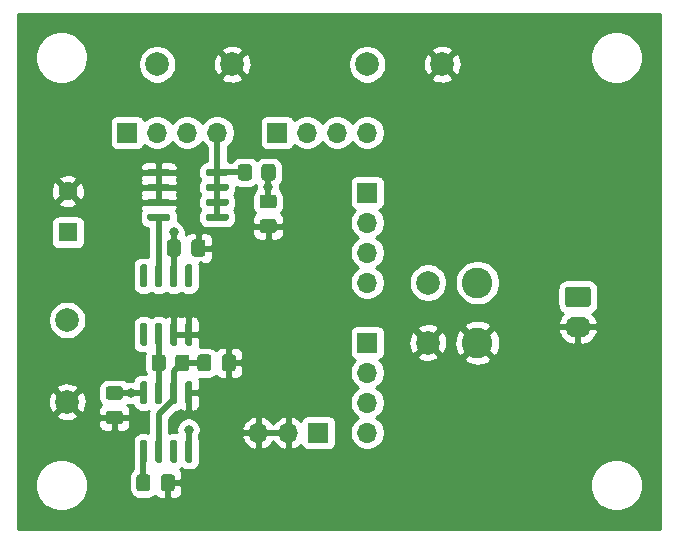
<source format=gbr>
G04 #@! TF.GenerationSoftware,KiCad,Pcbnew,(5.1.10-0-10_14)*
G04 #@! TF.CreationDate,2021-08-01T19:39:00+02:00*
G04 #@! TF.ProjectId,quasimodo,71756173-696d-46f6-946f-2e6b69636164,rev?*
G04 #@! TF.SameCoordinates,Original*
G04 #@! TF.FileFunction,Copper,L1,Top*
G04 #@! TF.FilePolarity,Positive*
%FSLAX46Y46*%
G04 Gerber Fmt 4.6, Leading zero omitted, Abs format (unit mm)*
G04 Created by KiCad (PCBNEW (5.1.10-0-10_14)) date 2021-08-01 19:39:00*
%MOMM*%
%LPD*%
G01*
G04 APERTURE LIST*
G04 #@! TA.AperFunction,ComponentPad*
%ADD10C,1.600000*%
G04 #@! TD*
G04 #@! TA.AperFunction,ComponentPad*
%ADD11R,1.600000X1.600000*%
G04 #@! TD*
G04 #@! TA.AperFunction,ComponentPad*
%ADD12O,1.700000X1.700000*%
G04 #@! TD*
G04 #@! TA.AperFunction,ComponentPad*
%ADD13R,1.700000X1.700000*%
G04 #@! TD*
G04 #@! TA.AperFunction,ComponentPad*
%ADD14C,2.000000*%
G04 #@! TD*
G04 #@! TA.AperFunction,ComponentPad*
%ADD15C,2.600000*%
G04 #@! TD*
G04 #@! TA.AperFunction,ComponentPad*
%ADD16O,2.190000X1.740000*%
G04 #@! TD*
G04 #@! TA.AperFunction,ViaPad*
%ADD17C,0.800000*%
G04 #@! TD*
G04 #@! TA.AperFunction,Conductor*
%ADD18C,0.500000*%
G04 #@! TD*
G04 #@! TA.AperFunction,Conductor*
%ADD19C,0.254000*%
G04 #@! TD*
G04 #@! TA.AperFunction,Conductor*
%ADD20C,0.100000*%
G04 #@! TD*
G04 APERTURE END LIST*
D10*
X119316500Y-93853000D03*
D11*
X119316500Y-97353000D03*
D12*
X144653000Y-114300000D03*
X144653000Y-111760000D03*
X144653000Y-109220000D03*
D13*
X144653000Y-106680000D03*
D12*
X144653000Y-101600000D03*
X144653000Y-99060000D03*
X144653000Y-96520000D03*
D13*
X144653000Y-93980000D03*
D12*
X144653000Y-88900000D03*
X142113000Y-88900000D03*
X139573000Y-88900000D03*
D13*
X137033000Y-88900000D03*
D12*
X131953000Y-88900000D03*
X129413000Y-88900000D03*
X126873000Y-88900000D03*
D13*
X124333000Y-88900000D03*
D14*
X133223000Y-83121500D03*
X126873000Y-83121500D03*
G04 #@! TA.AperFunction,SMDPad,CuDef*
G36*
G01*
X129390000Y-114909500D02*
X129690000Y-114909500D01*
G75*
G02*
X129840000Y-115059500I0J-150000D01*
G01*
X129840000Y-116709500D01*
G75*
G02*
X129690000Y-116859500I-150000J0D01*
G01*
X129390000Y-116859500D01*
G75*
G02*
X129240000Y-116709500I0J150000D01*
G01*
X129240000Y-115059500D01*
G75*
G02*
X129390000Y-114909500I150000J0D01*
G01*
G37*
G04 #@! TD.AperFunction*
G04 #@! TA.AperFunction,SMDPad,CuDef*
G36*
G01*
X128120000Y-114909500D02*
X128420000Y-114909500D01*
G75*
G02*
X128570000Y-115059500I0J-150000D01*
G01*
X128570000Y-116709500D01*
G75*
G02*
X128420000Y-116859500I-150000J0D01*
G01*
X128120000Y-116859500D01*
G75*
G02*
X127970000Y-116709500I0J150000D01*
G01*
X127970000Y-115059500D01*
G75*
G02*
X128120000Y-114909500I150000J0D01*
G01*
G37*
G04 #@! TD.AperFunction*
G04 #@! TA.AperFunction,SMDPad,CuDef*
G36*
G01*
X126850000Y-114909500D02*
X127150000Y-114909500D01*
G75*
G02*
X127300000Y-115059500I0J-150000D01*
G01*
X127300000Y-116709500D01*
G75*
G02*
X127150000Y-116859500I-150000J0D01*
G01*
X126850000Y-116859500D01*
G75*
G02*
X126700000Y-116709500I0J150000D01*
G01*
X126700000Y-115059500D01*
G75*
G02*
X126850000Y-114909500I150000J0D01*
G01*
G37*
G04 #@! TD.AperFunction*
G04 #@! TA.AperFunction,SMDPad,CuDef*
G36*
G01*
X125580000Y-114909500D02*
X125880000Y-114909500D01*
G75*
G02*
X126030000Y-115059500I0J-150000D01*
G01*
X126030000Y-116709500D01*
G75*
G02*
X125880000Y-116859500I-150000J0D01*
G01*
X125580000Y-116859500D01*
G75*
G02*
X125430000Y-116709500I0J150000D01*
G01*
X125430000Y-115059500D01*
G75*
G02*
X125580000Y-114909500I150000J0D01*
G01*
G37*
G04 #@! TD.AperFunction*
G04 #@! TA.AperFunction,SMDPad,CuDef*
G36*
G01*
X125580000Y-109959500D02*
X125880000Y-109959500D01*
G75*
G02*
X126030000Y-110109500I0J-150000D01*
G01*
X126030000Y-111759500D01*
G75*
G02*
X125880000Y-111909500I-150000J0D01*
G01*
X125580000Y-111909500D01*
G75*
G02*
X125430000Y-111759500I0J150000D01*
G01*
X125430000Y-110109500D01*
G75*
G02*
X125580000Y-109959500I150000J0D01*
G01*
G37*
G04 #@! TD.AperFunction*
G04 #@! TA.AperFunction,SMDPad,CuDef*
G36*
G01*
X126850000Y-109959500D02*
X127150000Y-109959500D01*
G75*
G02*
X127300000Y-110109500I0J-150000D01*
G01*
X127300000Y-111759500D01*
G75*
G02*
X127150000Y-111909500I-150000J0D01*
G01*
X126850000Y-111909500D01*
G75*
G02*
X126700000Y-111759500I0J150000D01*
G01*
X126700000Y-110109500D01*
G75*
G02*
X126850000Y-109959500I150000J0D01*
G01*
G37*
G04 #@! TD.AperFunction*
G04 #@! TA.AperFunction,SMDPad,CuDef*
G36*
G01*
X128120000Y-109959500D02*
X128420000Y-109959500D01*
G75*
G02*
X128570000Y-110109500I0J-150000D01*
G01*
X128570000Y-111759500D01*
G75*
G02*
X128420000Y-111909500I-150000J0D01*
G01*
X128120000Y-111909500D01*
G75*
G02*
X127970000Y-111759500I0J150000D01*
G01*
X127970000Y-110109500D01*
G75*
G02*
X128120000Y-109959500I150000J0D01*
G01*
G37*
G04 #@! TD.AperFunction*
G04 #@! TA.AperFunction,SMDPad,CuDef*
G36*
G01*
X129390000Y-109959500D02*
X129690000Y-109959500D01*
G75*
G02*
X129840000Y-110109500I0J-150000D01*
G01*
X129840000Y-111759500D01*
G75*
G02*
X129690000Y-111909500I-150000J0D01*
G01*
X129390000Y-111909500D01*
G75*
G02*
X129240000Y-111759500I0J150000D01*
G01*
X129240000Y-110109500D01*
G75*
G02*
X129390000Y-109959500I150000J0D01*
G01*
G37*
G04 #@! TD.AperFunction*
G04 #@! TA.AperFunction,SMDPad,CuDef*
G36*
G01*
X125880000Y-102003500D02*
X125580000Y-102003500D01*
G75*
G02*
X125430000Y-101853500I0J150000D01*
G01*
X125430000Y-100203500D01*
G75*
G02*
X125580000Y-100053500I150000J0D01*
G01*
X125880000Y-100053500D01*
G75*
G02*
X126030000Y-100203500I0J-150000D01*
G01*
X126030000Y-101853500D01*
G75*
G02*
X125880000Y-102003500I-150000J0D01*
G01*
G37*
G04 #@! TD.AperFunction*
G04 #@! TA.AperFunction,SMDPad,CuDef*
G36*
G01*
X127150000Y-102003500D02*
X126850000Y-102003500D01*
G75*
G02*
X126700000Y-101853500I0J150000D01*
G01*
X126700000Y-100203500D01*
G75*
G02*
X126850000Y-100053500I150000J0D01*
G01*
X127150000Y-100053500D01*
G75*
G02*
X127300000Y-100203500I0J-150000D01*
G01*
X127300000Y-101853500D01*
G75*
G02*
X127150000Y-102003500I-150000J0D01*
G01*
G37*
G04 #@! TD.AperFunction*
G04 #@! TA.AperFunction,SMDPad,CuDef*
G36*
G01*
X128420000Y-102003500D02*
X128120000Y-102003500D01*
G75*
G02*
X127970000Y-101853500I0J150000D01*
G01*
X127970000Y-100203500D01*
G75*
G02*
X128120000Y-100053500I150000J0D01*
G01*
X128420000Y-100053500D01*
G75*
G02*
X128570000Y-100203500I0J-150000D01*
G01*
X128570000Y-101853500D01*
G75*
G02*
X128420000Y-102003500I-150000J0D01*
G01*
G37*
G04 #@! TD.AperFunction*
G04 #@! TA.AperFunction,SMDPad,CuDef*
G36*
G01*
X129690000Y-102003500D02*
X129390000Y-102003500D01*
G75*
G02*
X129240000Y-101853500I0J150000D01*
G01*
X129240000Y-100203500D01*
G75*
G02*
X129390000Y-100053500I150000J0D01*
G01*
X129690000Y-100053500D01*
G75*
G02*
X129840000Y-100203500I0J-150000D01*
G01*
X129840000Y-101853500D01*
G75*
G02*
X129690000Y-102003500I-150000J0D01*
G01*
G37*
G04 #@! TD.AperFunction*
G04 #@! TA.AperFunction,SMDPad,CuDef*
G36*
G01*
X129690000Y-106953500D02*
X129390000Y-106953500D01*
G75*
G02*
X129240000Y-106803500I0J150000D01*
G01*
X129240000Y-105153500D01*
G75*
G02*
X129390000Y-105003500I150000J0D01*
G01*
X129690000Y-105003500D01*
G75*
G02*
X129840000Y-105153500I0J-150000D01*
G01*
X129840000Y-106803500D01*
G75*
G02*
X129690000Y-106953500I-150000J0D01*
G01*
G37*
G04 #@! TD.AperFunction*
G04 #@! TA.AperFunction,SMDPad,CuDef*
G36*
G01*
X128420000Y-106953500D02*
X128120000Y-106953500D01*
G75*
G02*
X127970000Y-106803500I0J150000D01*
G01*
X127970000Y-105153500D01*
G75*
G02*
X128120000Y-105003500I150000J0D01*
G01*
X128420000Y-105003500D01*
G75*
G02*
X128570000Y-105153500I0J-150000D01*
G01*
X128570000Y-106803500D01*
G75*
G02*
X128420000Y-106953500I-150000J0D01*
G01*
G37*
G04 #@! TD.AperFunction*
G04 #@! TA.AperFunction,SMDPad,CuDef*
G36*
G01*
X127150000Y-106953500D02*
X126850000Y-106953500D01*
G75*
G02*
X126700000Y-106803500I0J150000D01*
G01*
X126700000Y-105153500D01*
G75*
G02*
X126850000Y-105003500I150000J0D01*
G01*
X127150000Y-105003500D01*
G75*
G02*
X127300000Y-105153500I0J-150000D01*
G01*
X127300000Y-106803500D01*
G75*
G02*
X127150000Y-106953500I-150000J0D01*
G01*
G37*
G04 #@! TD.AperFunction*
G04 #@! TA.AperFunction,SMDPad,CuDef*
G36*
G01*
X125880000Y-106953500D02*
X125580000Y-106953500D01*
G75*
G02*
X125430000Y-106803500I0J150000D01*
G01*
X125430000Y-105153500D01*
G75*
G02*
X125580000Y-105003500I150000J0D01*
G01*
X125880000Y-105003500D01*
G75*
G02*
X126030000Y-105153500I0J-150000D01*
G01*
X126030000Y-106803500D01*
G75*
G02*
X125880000Y-106953500I-150000J0D01*
G01*
G37*
G04 #@! TD.AperFunction*
G04 #@! TA.AperFunction,SMDPad,CuDef*
G36*
G01*
X134902500Y-91815499D02*
X134902500Y-92715501D01*
G75*
G02*
X134652501Y-92965500I-249999J0D01*
G01*
X133952499Y-92965500D01*
G75*
G02*
X133702500Y-92715501I0J249999D01*
G01*
X133702500Y-91815499D01*
G75*
G02*
X133952499Y-91565500I249999J0D01*
G01*
X134652501Y-91565500D01*
G75*
G02*
X134902500Y-91815499I0J-249999D01*
G01*
G37*
G04 #@! TD.AperFunction*
G04 #@! TA.AperFunction,SMDPad,CuDef*
G36*
G01*
X136902500Y-91815499D02*
X136902500Y-92715501D01*
G75*
G02*
X136652501Y-92965500I-249999J0D01*
G01*
X135952499Y-92965500D01*
G75*
G02*
X135702500Y-92715501I0J249999D01*
G01*
X135702500Y-91815499D01*
G75*
G02*
X135952499Y-91565500I249999J0D01*
G01*
X136652501Y-91565500D01*
G75*
G02*
X136902500Y-91815499I0J-249999D01*
G01*
G37*
G04 #@! TD.AperFunction*
G04 #@! TA.AperFunction,SMDPad,CuDef*
G36*
G01*
X128400000Y-108844501D02*
X128400000Y-107944499D01*
G75*
G02*
X128649999Y-107694500I249999J0D01*
G01*
X129350001Y-107694500D01*
G75*
G02*
X129600000Y-107944499I0J-249999D01*
G01*
X129600000Y-108844501D01*
G75*
G02*
X129350001Y-109094500I-249999J0D01*
G01*
X128649999Y-109094500D01*
G75*
G02*
X128400000Y-108844501I0J249999D01*
G01*
G37*
G04 #@! TD.AperFunction*
G04 #@! TA.AperFunction,SMDPad,CuDef*
G36*
G01*
X126400000Y-108844501D02*
X126400000Y-107944499D01*
G75*
G02*
X126649999Y-107694500I249999J0D01*
G01*
X127350001Y-107694500D01*
G75*
G02*
X127600000Y-107944499I0J-249999D01*
G01*
X127600000Y-108844501D01*
G75*
G02*
X127350001Y-109094500I-249999J0D01*
G01*
X126649999Y-109094500D01*
G75*
G02*
X126400000Y-108844501I0J249999D01*
G01*
G37*
G04 #@! TD.AperFunction*
G04 #@! TA.AperFunction,SMDPad,CuDef*
G36*
G01*
X130978000Y-92402800D02*
X130978000Y-92102800D01*
G75*
G02*
X131128000Y-91952800I150000J0D01*
G01*
X132778000Y-91952800D01*
G75*
G02*
X132928000Y-92102800I0J-150000D01*
G01*
X132928000Y-92402800D01*
G75*
G02*
X132778000Y-92552800I-150000J0D01*
G01*
X131128000Y-92552800D01*
G75*
G02*
X130978000Y-92402800I0J150000D01*
G01*
G37*
G04 #@! TD.AperFunction*
G04 #@! TA.AperFunction,SMDPad,CuDef*
G36*
G01*
X130978000Y-93672800D02*
X130978000Y-93372800D01*
G75*
G02*
X131128000Y-93222800I150000J0D01*
G01*
X132778000Y-93222800D01*
G75*
G02*
X132928000Y-93372800I0J-150000D01*
G01*
X132928000Y-93672800D01*
G75*
G02*
X132778000Y-93822800I-150000J0D01*
G01*
X131128000Y-93822800D01*
G75*
G02*
X130978000Y-93672800I0J150000D01*
G01*
G37*
G04 #@! TD.AperFunction*
G04 #@! TA.AperFunction,SMDPad,CuDef*
G36*
G01*
X130978000Y-94942800D02*
X130978000Y-94642800D01*
G75*
G02*
X131128000Y-94492800I150000J0D01*
G01*
X132778000Y-94492800D01*
G75*
G02*
X132928000Y-94642800I0J-150000D01*
G01*
X132928000Y-94942800D01*
G75*
G02*
X132778000Y-95092800I-150000J0D01*
G01*
X131128000Y-95092800D01*
G75*
G02*
X130978000Y-94942800I0J150000D01*
G01*
G37*
G04 #@! TD.AperFunction*
G04 #@! TA.AperFunction,SMDPad,CuDef*
G36*
G01*
X130978000Y-96212800D02*
X130978000Y-95912800D01*
G75*
G02*
X131128000Y-95762800I150000J0D01*
G01*
X132778000Y-95762800D01*
G75*
G02*
X132928000Y-95912800I0J-150000D01*
G01*
X132928000Y-96212800D01*
G75*
G02*
X132778000Y-96362800I-150000J0D01*
G01*
X131128000Y-96362800D01*
G75*
G02*
X130978000Y-96212800I0J150000D01*
G01*
G37*
G04 #@! TD.AperFunction*
G04 #@! TA.AperFunction,SMDPad,CuDef*
G36*
G01*
X126028000Y-96212800D02*
X126028000Y-95912800D01*
G75*
G02*
X126178000Y-95762800I150000J0D01*
G01*
X127828000Y-95762800D01*
G75*
G02*
X127978000Y-95912800I0J-150000D01*
G01*
X127978000Y-96212800D01*
G75*
G02*
X127828000Y-96362800I-150000J0D01*
G01*
X126178000Y-96362800D01*
G75*
G02*
X126028000Y-96212800I0J150000D01*
G01*
G37*
G04 #@! TD.AperFunction*
G04 #@! TA.AperFunction,SMDPad,CuDef*
G36*
G01*
X126028000Y-94942800D02*
X126028000Y-94642800D01*
G75*
G02*
X126178000Y-94492800I150000J0D01*
G01*
X127828000Y-94492800D01*
G75*
G02*
X127978000Y-94642800I0J-150000D01*
G01*
X127978000Y-94942800D01*
G75*
G02*
X127828000Y-95092800I-150000J0D01*
G01*
X126178000Y-95092800D01*
G75*
G02*
X126028000Y-94942800I0J150000D01*
G01*
G37*
G04 #@! TD.AperFunction*
G04 #@! TA.AperFunction,SMDPad,CuDef*
G36*
G01*
X126028000Y-93672800D02*
X126028000Y-93372800D01*
G75*
G02*
X126178000Y-93222800I150000J0D01*
G01*
X127828000Y-93222800D01*
G75*
G02*
X127978000Y-93372800I0J-150000D01*
G01*
X127978000Y-93672800D01*
G75*
G02*
X127828000Y-93822800I-150000J0D01*
G01*
X126178000Y-93822800D01*
G75*
G02*
X126028000Y-93672800I0J150000D01*
G01*
G37*
G04 #@! TD.AperFunction*
G04 #@! TA.AperFunction,SMDPad,CuDef*
G36*
G01*
X126028000Y-92402800D02*
X126028000Y-92102800D01*
G75*
G02*
X126178000Y-91952800I150000J0D01*
G01*
X127828000Y-91952800D01*
G75*
G02*
X127978000Y-92102800I0J-150000D01*
G01*
X127978000Y-92402800D01*
G75*
G02*
X127828000Y-92552800I-150000J0D01*
G01*
X126178000Y-92552800D01*
G75*
G02*
X126028000Y-92402800I0J150000D01*
G01*
G37*
G04 #@! TD.AperFunction*
D15*
X153987500Y-106680000D03*
X153987500Y-101600000D03*
D14*
X149796500Y-106680000D03*
X149796500Y-101600000D03*
D16*
X162496500Y-105346500D03*
G04 #@! TA.AperFunction,ComponentPad*
G36*
G01*
X161651499Y-101936500D02*
X163341501Y-101936500D01*
G75*
G02*
X163591500Y-102186499I0J-249999D01*
G01*
X163591500Y-103426501D01*
G75*
G02*
X163341501Y-103676500I-249999J0D01*
G01*
X161651499Y-103676500D01*
G75*
G02*
X161401500Y-103426501I0J249999D01*
G01*
X161401500Y-102186499D01*
G75*
G02*
X161651499Y-101936500I249999J0D01*
G01*
G37*
G04 #@! TD.AperFunction*
D14*
X151003000Y-83121500D03*
X144653000Y-83121500D03*
D12*
X135445500Y-114300000D03*
X137985500Y-114300000D03*
D13*
X140525500Y-114300000D03*
D14*
X119253000Y-111696500D03*
X119253000Y-104775000D03*
G04 #@! TA.AperFunction,SMDPad,CuDef*
G36*
G01*
X135796000Y-96229500D02*
X136746000Y-96229500D01*
G75*
G02*
X136996000Y-96479500I0J-250000D01*
G01*
X136996000Y-97154500D01*
G75*
G02*
X136746000Y-97404500I-250000J0D01*
G01*
X135796000Y-97404500D01*
G75*
G02*
X135546000Y-97154500I0J250000D01*
G01*
X135546000Y-96479500D01*
G75*
G02*
X135796000Y-96229500I250000J0D01*
G01*
G37*
G04 #@! TD.AperFunction*
G04 #@! TA.AperFunction,SMDPad,CuDef*
G36*
G01*
X135796000Y-94154500D02*
X136746000Y-94154500D01*
G75*
G02*
X136996000Y-94404500I0J-250000D01*
G01*
X136996000Y-95079500D01*
G75*
G02*
X136746000Y-95329500I-250000J0D01*
G01*
X135796000Y-95329500D01*
G75*
G02*
X135546000Y-95079500I0J250000D01*
G01*
X135546000Y-94404500D01*
G75*
G02*
X135796000Y-94154500I250000J0D01*
G01*
G37*
G04 #@! TD.AperFunction*
G04 #@! TA.AperFunction,SMDPad,CuDef*
G36*
G01*
X129778000Y-99154000D02*
X129778000Y-98204000D01*
G75*
G02*
X130028000Y-97954000I250000J0D01*
G01*
X130703000Y-97954000D01*
G75*
G02*
X130953000Y-98204000I0J-250000D01*
G01*
X130953000Y-99154000D01*
G75*
G02*
X130703000Y-99404000I-250000J0D01*
G01*
X130028000Y-99404000D01*
G75*
G02*
X129778000Y-99154000I0J250000D01*
G01*
G37*
G04 #@! TD.AperFunction*
G04 #@! TA.AperFunction,SMDPad,CuDef*
G36*
G01*
X127703000Y-99154000D02*
X127703000Y-98204000D01*
G75*
G02*
X127953000Y-97954000I250000J0D01*
G01*
X128628000Y-97954000D01*
G75*
G02*
X128878000Y-98204000I0J-250000D01*
G01*
X128878000Y-99154000D01*
G75*
G02*
X128628000Y-99404000I-250000J0D01*
G01*
X127953000Y-99404000D01*
G75*
G02*
X127703000Y-99154000I0J250000D01*
G01*
G37*
G04 #@! TD.AperFunction*
G04 #@! TA.AperFunction,SMDPad,CuDef*
G36*
G01*
X132361000Y-108869500D02*
X132361000Y-107919500D01*
G75*
G02*
X132611000Y-107669500I250000J0D01*
G01*
X133286000Y-107669500D01*
G75*
G02*
X133536000Y-107919500I0J-250000D01*
G01*
X133536000Y-108869500D01*
G75*
G02*
X133286000Y-109119500I-250000J0D01*
G01*
X132611000Y-109119500D01*
G75*
G02*
X132361000Y-108869500I0J250000D01*
G01*
G37*
G04 #@! TD.AperFunction*
G04 #@! TA.AperFunction,SMDPad,CuDef*
G36*
G01*
X130286000Y-108869500D02*
X130286000Y-107919500D01*
G75*
G02*
X130536000Y-107669500I250000J0D01*
G01*
X131211000Y-107669500D01*
G75*
G02*
X131461000Y-107919500I0J-250000D01*
G01*
X131461000Y-108869500D01*
G75*
G02*
X131211000Y-109119500I-250000J0D01*
G01*
X130536000Y-109119500D01*
G75*
G02*
X130286000Y-108869500I0J250000D01*
G01*
G37*
G04 #@! TD.AperFunction*
G04 #@! TA.AperFunction,SMDPad,CuDef*
G36*
G01*
X122778500Y-112442500D02*
X123728500Y-112442500D01*
G75*
G02*
X123978500Y-112692500I0J-250000D01*
G01*
X123978500Y-113367500D01*
G75*
G02*
X123728500Y-113617500I-250000J0D01*
G01*
X122778500Y-113617500D01*
G75*
G02*
X122528500Y-113367500I0J250000D01*
G01*
X122528500Y-112692500D01*
G75*
G02*
X122778500Y-112442500I250000J0D01*
G01*
G37*
G04 #@! TD.AperFunction*
G04 #@! TA.AperFunction,SMDPad,CuDef*
G36*
G01*
X122778500Y-110367500D02*
X123728500Y-110367500D01*
G75*
G02*
X123978500Y-110617500I0J-250000D01*
G01*
X123978500Y-111292500D01*
G75*
G02*
X123728500Y-111542500I-250000J0D01*
G01*
X122778500Y-111542500D01*
G75*
G02*
X122528500Y-111292500I0J250000D01*
G01*
X122528500Y-110617500D01*
G75*
G02*
X122778500Y-110367500I250000J0D01*
G01*
G37*
G04 #@! TD.AperFunction*
G04 #@! TA.AperFunction,SMDPad,CuDef*
G36*
G01*
X127196000Y-119029500D02*
X127196000Y-118079500D01*
G75*
G02*
X127446000Y-117829500I250000J0D01*
G01*
X128121000Y-117829500D01*
G75*
G02*
X128371000Y-118079500I0J-250000D01*
G01*
X128371000Y-119029500D01*
G75*
G02*
X128121000Y-119279500I-250000J0D01*
G01*
X127446000Y-119279500D01*
G75*
G02*
X127196000Y-119029500I0J250000D01*
G01*
G37*
G04 #@! TD.AperFunction*
G04 #@! TA.AperFunction,SMDPad,CuDef*
G36*
G01*
X125121000Y-119029500D02*
X125121000Y-118079500D01*
G75*
G02*
X125371000Y-117829500I250000J0D01*
G01*
X126046000Y-117829500D01*
G75*
G02*
X126296000Y-118079500I0J-250000D01*
G01*
X126296000Y-119029500D01*
G75*
G02*
X126046000Y-119279500I-250000J0D01*
G01*
X125371000Y-119279500D01*
G75*
G02*
X125121000Y-119029500I0J250000D01*
G01*
G37*
G04 #@! TD.AperFunction*
D17*
X128270000Y-97345500D03*
X136271000Y-93535500D03*
X124650500Y-110934500D03*
X129540000Y-114046000D03*
D18*
X125708500Y-115906000D02*
X125730000Y-115884500D01*
X125708500Y-118554500D02*
X125708500Y-115906000D01*
X128270000Y-98699500D02*
X128290500Y-98679000D01*
X128270000Y-101028500D02*
X128270000Y-98699500D01*
X128290500Y-97366000D02*
X128270000Y-97345500D01*
X128290500Y-98679000D02*
X128290500Y-97366000D01*
X136271000Y-92297000D02*
X136302500Y-92265500D01*
X136271000Y-94742000D02*
X136271000Y-93535500D01*
X136271000Y-93535500D02*
X136271000Y-92297000D01*
X123274000Y-110934500D02*
X123253500Y-110955000D01*
X125730000Y-110934500D02*
X124650500Y-110934500D01*
X124650500Y-110934500D02*
X123274000Y-110934500D01*
X129540000Y-115884500D02*
X129540000Y-114046000D01*
X128270000Y-109124500D02*
X129000000Y-108394500D01*
X128270000Y-110934500D02*
X128270000Y-109124500D01*
X129000000Y-108394500D02*
X130873500Y-108394500D01*
X128270000Y-111488044D02*
X128270000Y-110934500D01*
X127000000Y-112758044D02*
X128270000Y-111488044D01*
X127000000Y-115884500D02*
X127000000Y-112758044D01*
X127000000Y-96065800D02*
X127003000Y-96062800D01*
X127000000Y-101028500D02*
X127000000Y-96065800D01*
X127000000Y-110934500D02*
X127000000Y-108394500D01*
X127000000Y-108394500D02*
X127000000Y-105978500D01*
X131953000Y-96062800D02*
X131953000Y-94792800D01*
X131953000Y-94792800D02*
X131953000Y-93522800D01*
X131953000Y-93522800D02*
X131953000Y-92252800D01*
X131965700Y-92265500D02*
X131953000Y-92252800D01*
X134302500Y-92265500D02*
X131965700Y-92265500D01*
X131953000Y-92252800D02*
X131953000Y-88900000D01*
D19*
X169418000Y-122428000D02*
X115062000Y-122428000D01*
X115062000Y-118524872D01*
X116510000Y-118524872D01*
X116510000Y-118965128D01*
X116595890Y-119396925D01*
X116764369Y-119803669D01*
X117008962Y-120169729D01*
X117320271Y-120481038D01*
X117686331Y-120725631D01*
X118093075Y-120894110D01*
X118524872Y-120980000D01*
X118965128Y-120980000D01*
X119396925Y-120894110D01*
X119803669Y-120725631D01*
X120169729Y-120481038D01*
X120481038Y-120169729D01*
X120725631Y-119803669D01*
X120894110Y-119396925D01*
X120980000Y-118965128D01*
X120980000Y-118524872D01*
X120894110Y-118093075D01*
X120725631Y-117686331D01*
X120481038Y-117320271D01*
X120169729Y-117008962D01*
X119803669Y-116764369D01*
X119396925Y-116595890D01*
X118965128Y-116510000D01*
X118524872Y-116510000D01*
X118093075Y-116595890D01*
X117686331Y-116764369D01*
X117320271Y-117008962D01*
X117008962Y-117320271D01*
X116764369Y-117686331D01*
X116595890Y-118093075D01*
X116510000Y-118524872D01*
X115062000Y-118524872D01*
X115062000Y-113617500D01*
X121890428Y-113617500D01*
X121902688Y-113741982D01*
X121938998Y-113861680D01*
X121997963Y-113971994D01*
X122077315Y-114068685D01*
X122174006Y-114148037D01*
X122284320Y-114207002D01*
X122404018Y-114243312D01*
X122528500Y-114255572D01*
X122967750Y-114252500D01*
X123126500Y-114093750D01*
X123126500Y-113157000D01*
X123380500Y-113157000D01*
X123380500Y-114093750D01*
X123539250Y-114252500D01*
X123978500Y-114255572D01*
X124102982Y-114243312D01*
X124222680Y-114207002D01*
X124332994Y-114148037D01*
X124429685Y-114068685D01*
X124509037Y-113971994D01*
X124568002Y-113861680D01*
X124604312Y-113741982D01*
X124616572Y-113617500D01*
X124613500Y-113315750D01*
X124454750Y-113157000D01*
X123380500Y-113157000D01*
X123126500Y-113157000D01*
X122052250Y-113157000D01*
X121893500Y-113315750D01*
X121890428Y-113617500D01*
X115062000Y-113617500D01*
X115062000Y-112831913D01*
X118297192Y-112831913D01*
X118392956Y-113096314D01*
X118682571Y-113237204D01*
X118994108Y-113318884D01*
X119315595Y-113338218D01*
X119634675Y-113294461D01*
X119939088Y-113189295D01*
X120113044Y-113096314D01*
X120208808Y-112831913D01*
X119253000Y-111876105D01*
X118297192Y-112831913D01*
X115062000Y-112831913D01*
X115062000Y-111759095D01*
X117611282Y-111759095D01*
X117655039Y-112078175D01*
X117760205Y-112382588D01*
X117853186Y-112556544D01*
X118117587Y-112652308D01*
X119073395Y-111696500D01*
X119432605Y-111696500D01*
X120388413Y-112652308D01*
X120652814Y-112556544D01*
X120793704Y-112266929D01*
X120875384Y-111955392D01*
X120894718Y-111633905D01*
X120850961Y-111314825D01*
X120745795Y-111010412D01*
X120652814Y-110836456D01*
X120388413Y-110740692D01*
X119432605Y-111696500D01*
X119073395Y-111696500D01*
X118117587Y-110740692D01*
X117853186Y-110836456D01*
X117712296Y-111126071D01*
X117630616Y-111437608D01*
X117611282Y-111759095D01*
X115062000Y-111759095D01*
X115062000Y-110561087D01*
X118297192Y-110561087D01*
X119253000Y-111516895D01*
X120152395Y-110617500D01*
X121890428Y-110617500D01*
X121890428Y-111292500D01*
X121907492Y-111465754D01*
X121958028Y-111632350D01*
X122040095Y-111785886D01*
X122150538Y-111920462D01*
X122157094Y-111925842D01*
X122077315Y-111991315D01*
X121997963Y-112088006D01*
X121938998Y-112198320D01*
X121902688Y-112318018D01*
X121890428Y-112442500D01*
X121893500Y-112744250D01*
X122052250Y-112903000D01*
X123126500Y-112903000D01*
X123126500Y-112883000D01*
X123380500Y-112883000D01*
X123380500Y-112903000D01*
X124454750Y-112903000D01*
X124613500Y-112744250D01*
X124616572Y-112442500D01*
X124604312Y-112318018D01*
X124568002Y-112198320D01*
X124509037Y-112088006D01*
X124429685Y-111991315D01*
X124356569Y-111931311D01*
X124548561Y-111969500D01*
X124752439Y-111969500D01*
X124820056Y-111956050D01*
X124851916Y-112061082D01*
X124924742Y-112197329D01*
X125022749Y-112316751D01*
X125142171Y-112414758D01*
X125278418Y-112487584D01*
X125426255Y-112532429D01*
X125580000Y-112547572D01*
X125880000Y-112547572D01*
X126033745Y-112532429D01*
X126154753Y-112495722D01*
X126127805Y-112584554D01*
X126110719Y-112758044D01*
X126115001Y-112801523D01*
X126115001Y-114311219D01*
X126033745Y-114286571D01*
X125880000Y-114271428D01*
X125580000Y-114271428D01*
X125426255Y-114286571D01*
X125278418Y-114331416D01*
X125142171Y-114404242D01*
X125022749Y-114502249D01*
X124924742Y-114621671D01*
X124851916Y-114757918D01*
X124807071Y-114905755D01*
X124791928Y-115059500D01*
X124791928Y-116709500D01*
X124807071Y-116863245D01*
X124823501Y-116917407D01*
X124823500Y-117385505D01*
X124743038Y-117451538D01*
X124632595Y-117586114D01*
X124550528Y-117739650D01*
X124499992Y-117906246D01*
X124482928Y-118079500D01*
X124482928Y-119029500D01*
X124499992Y-119202754D01*
X124550528Y-119369350D01*
X124632595Y-119522886D01*
X124743038Y-119657462D01*
X124877614Y-119767905D01*
X125031150Y-119849972D01*
X125197746Y-119900508D01*
X125371000Y-119917572D01*
X126046000Y-119917572D01*
X126219254Y-119900508D01*
X126385850Y-119849972D01*
X126539386Y-119767905D01*
X126673962Y-119657462D01*
X126679342Y-119650906D01*
X126744815Y-119730685D01*
X126841506Y-119810037D01*
X126951820Y-119869002D01*
X127071518Y-119905312D01*
X127196000Y-119917572D01*
X127497750Y-119914500D01*
X127656500Y-119755750D01*
X127656500Y-118681500D01*
X127910500Y-118681500D01*
X127910500Y-119755750D01*
X128069250Y-119914500D01*
X128371000Y-119917572D01*
X128495482Y-119905312D01*
X128615180Y-119869002D01*
X128725494Y-119810037D01*
X128822185Y-119730685D01*
X128901537Y-119633994D01*
X128960502Y-119523680D01*
X128996812Y-119403982D01*
X129009072Y-119279500D01*
X129006000Y-118840250D01*
X128847250Y-118681500D01*
X127910500Y-118681500D01*
X127656500Y-118681500D01*
X127636500Y-118681500D01*
X127636500Y-118524872D01*
X163500000Y-118524872D01*
X163500000Y-118965128D01*
X163585890Y-119396925D01*
X163754369Y-119803669D01*
X163998962Y-120169729D01*
X164310271Y-120481038D01*
X164676331Y-120725631D01*
X165083075Y-120894110D01*
X165514872Y-120980000D01*
X165955128Y-120980000D01*
X166386925Y-120894110D01*
X166793669Y-120725631D01*
X167159729Y-120481038D01*
X167471038Y-120169729D01*
X167715631Y-119803669D01*
X167884110Y-119396925D01*
X167970000Y-118965128D01*
X167970000Y-118524872D01*
X167884110Y-118093075D01*
X167715631Y-117686331D01*
X167471038Y-117320271D01*
X167159729Y-117008962D01*
X166793669Y-116764369D01*
X166386925Y-116595890D01*
X165955128Y-116510000D01*
X165514872Y-116510000D01*
X165083075Y-116595890D01*
X164676331Y-116764369D01*
X164310271Y-117008962D01*
X163998962Y-117320271D01*
X163754369Y-117686331D01*
X163585890Y-118093075D01*
X163500000Y-118524872D01*
X127636500Y-118524872D01*
X127636500Y-118427500D01*
X127656500Y-118427500D01*
X127656500Y-118407500D01*
X127910500Y-118407500D01*
X127910500Y-118427500D01*
X128847250Y-118427500D01*
X129006000Y-118268750D01*
X129009072Y-117829500D01*
X128996812Y-117705018D01*
X128960502Y-117585320D01*
X128901537Y-117475006D01*
X128825320Y-117382135D01*
X128857829Y-117364758D01*
X128905000Y-117326046D01*
X128952171Y-117364758D01*
X129088418Y-117437584D01*
X129236255Y-117482429D01*
X129390000Y-117497572D01*
X129690000Y-117497572D01*
X129843745Y-117482429D01*
X129991582Y-117437584D01*
X130127829Y-117364758D01*
X130247251Y-117266751D01*
X130345258Y-117147329D01*
X130418084Y-117011082D01*
X130462929Y-116863245D01*
X130478072Y-116709500D01*
X130478072Y-115059500D01*
X130462929Y-114905755D01*
X130425000Y-114780717D01*
X130425000Y-114656891D01*
X134004019Y-114656891D01*
X134101343Y-114931252D01*
X134250322Y-115181355D01*
X134445231Y-115397588D01*
X134678580Y-115571641D01*
X134941401Y-115696825D01*
X135088610Y-115741476D01*
X135318500Y-115620155D01*
X135318500Y-114427000D01*
X135572500Y-114427000D01*
X135572500Y-115620155D01*
X135802390Y-115741476D01*
X135949599Y-115696825D01*
X136212420Y-115571641D01*
X136445769Y-115397588D01*
X136640678Y-115181355D01*
X136715500Y-115055745D01*
X136790322Y-115181355D01*
X136985231Y-115397588D01*
X137218580Y-115571641D01*
X137481401Y-115696825D01*
X137628610Y-115741476D01*
X137858500Y-115620155D01*
X137858500Y-114427000D01*
X135572500Y-114427000D01*
X135318500Y-114427000D01*
X134124686Y-114427000D01*
X134004019Y-114656891D01*
X130425000Y-114656891D01*
X130425000Y-114584454D01*
X130457205Y-114536256D01*
X130535226Y-114347898D01*
X130575000Y-114147939D01*
X130575000Y-113944061D01*
X130574811Y-113943109D01*
X134004019Y-113943109D01*
X134124686Y-114173000D01*
X135318500Y-114173000D01*
X135318500Y-112979845D01*
X135572500Y-112979845D01*
X135572500Y-114173000D01*
X137858500Y-114173000D01*
X137858500Y-112979845D01*
X138112500Y-112979845D01*
X138112500Y-114173000D01*
X138132500Y-114173000D01*
X138132500Y-114427000D01*
X138112500Y-114427000D01*
X138112500Y-115620155D01*
X138342390Y-115741476D01*
X138489599Y-115696825D01*
X138752420Y-115571641D01*
X138985769Y-115397588D01*
X139061534Y-115313534D01*
X139085998Y-115394180D01*
X139144963Y-115504494D01*
X139224315Y-115601185D01*
X139321006Y-115680537D01*
X139431320Y-115739502D01*
X139551018Y-115775812D01*
X139675500Y-115788072D01*
X141375500Y-115788072D01*
X141499982Y-115775812D01*
X141619680Y-115739502D01*
X141729994Y-115680537D01*
X141826685Y-115601185D01*
X141906037Y-115504494D01*
X141965002Y-115394180D01*
X142001312Y-115274482D01*
X142013572Y-115150000D01*
X142013572Y-113450000D01*
X142001312Y-113325518D01*
X141965002Y-113205820D01*
X141906037Y-113095506D01*
X141826685Y-112998815D01*
X141729994Y-112919463D01*
X141619680Y-112860498D01*
X141499982Y-112824188D01*
X141375500Y-112811928D01*
X139675500Y-112811928D01*
X139551018Y-112824188D01*
X139431320Y-112860498D01*
X139321006Y-112919463D01*
X139224315Y-112998815D01*
X139144963Y-113095506D01*
X139085998Y-113205820D01*
X139061534Y-113286466D01*
X138985769Y-113202412D01*
X138752420Y-113028359D01*
X138489599Y-112903175D01*
X138342390Y-112858524D01*
X138112500Y-112979845D01*
X137858500Y-112979845D01*
X137628610Y-112858524D01*
X137481401Y-112903175D01*
X137218580Y-113028359D01*
X136985231Y-113202412D01*
X136790322Y-113418645D01*
X136715500Y-113544255D01*
X136640678Y-113418645D01*
X136445769Y-113202412D01*
X136212420Y-113028359D01*
X135949599Y-112903175D01*
X135802390Y-112858524D01*
X135572500Y-112979845D01*
X135318500Y-112979845D01*
X135088610Y-112858524D01*
X134941401Y-112903175D01*
X134678580Y-113028359D01*
X134445231Y-113202412D01*
X134250322Y-113418645D01*
X134101343Y-113668748D01*
X134004019Y-113943109D01*
X130574811Y-113943109D01*
X130535226Y-113744102D01*
X130457205Y-113555744D01*
X130343937Y-113386226D01*
X130199774Y-113242063D01*
X130030256Y-113128795D01*
X129841898Y-113050774D01*
X129641939Y-113011000D01*
X129438061Y-113011000D01*
X129238102Y-113050774D01*
X129049744Y-113128795D01*
X128880226Y-113242063D01*
X128736063Y-113386226D01*
X128622795Y-113555744D01*
X128544774Y-113744102D01*
X128505000Y-113944061D01*
X128505000Y-114147939D01*
X128531753Y-114282435D01*
X128420000Y-114271428D01*
X128120000Y-114271428D01*
X127966255Y-114286571D01*
X127885000Y-114311219D01*
X127885000Y-113124622D01*
X128466645Y-112542978D01*
X128573745Y-112532429D01*
X128721582Y-112487584D01*
X128855936Y-112415770D01*
X128885506Y-112440037D01*
X128995820Y-112499002D01*
X129115518Y-112535312D01*
X129240000Y-112547572D01*
X129254250Y-112544500D01*
X129413000Y-112385750D01*
X129413000Y-111061500D01*
X129667000Y-111061500D01*
X129667000Y-112385750D01*
X129825750Y-112544500D01*
X129840000Y-112547572D01*
X129964482Y-112535312D01*
X130084180Y-112499002D01*
X130194494Y-112440037D01*
X130291185Y-112360685D01*
X130370537Y-112263994D01*
X130429502Y-112153680D01*
X130465812Y-112033982D01*
X130478072Y-111909500D01*
X130475000Y-111220250D01*
X130316250Y-111061500D01*
X129667000Y-111061500D01*
X129413000Y-111061500D01*
X129393000Y-111061500D01*
X129393000Y-110807500D01*
X129413000Y-110807500D01*
X129413000Y-110787500D01*
X129667000Y-110787500D01*
X129667000Y-110807500D01*
X130316250Y-110807500D01*
X130475000Y-110648750D01*
X130478072Y-109959500D01*
X130465812Y-109835018D01*
X130439434Y-109748061D01*
X130536000Y-109757572D01*
X131211000Y-109757572D01*
X131384254Y-109740508D01*
X131550850Y-109689972D01*
X131704386Y-109607905D01*
X131838962Y-109497462D01*
X131844342Y-109490906D01*
X131909815Y-109570685D01*
X132006506Y-109650037D01*
X132116820Y-109709002D01*
X132236518Y-109745312D01*
X132361000Y-109757572D01*
X132662750Y-109754500D01*
X132821500Y-109595750D01*
X132821500Y-108521500D01*
X133075500Y-108521500D01*
X133075500Y-109595750D01*
X133234250Y-109754500D01*
X133536000Y-109757572D01*
X133660482Y-109745312D01*
X133780180Y-109709002D01*
X133890494Y-109650037D01*
X133987185Y-109570685D01*
X134066537Y-109473994D01*
X134125502Y-109363680D01*
X134161812Y-109243982D01*
X134174072Y-109119500D01*
X134171000Y-108680250D01*
X134012250Y-108521500D01*
X133075500Y-108521500D01*
X132821500Y-108521500D01*
X132801500Y-108521500D01*
X132801500Y-108267500D01*
X132821500Y-108267500D01*
X132821500Y-107193250D01*
X133075500Y-107193250D01*
X133075500Y-108267500D01*
X134012250Y-108267500D01*
X134171000Y-108108750D01*
X134174072Y-107669500D01*
X134161812Y-107545018D01*
X134125502Y-107425320D01*
X134066537Y-107315006D01*
X133987185Y-107218315D01*
X133890494Y-107138963D01*
X133780180Y-107079998D01*
X133660482Y-107043688D01*
X133536000Y-107031428D01*
X133234250Y-107034500D01*
X133075500Y-107193250D01*
X132821500Y-107193250D01*
X132662750Y-107034500D01*
X132361000Y-107031428D01*
X132236518Y-107043688D01*
X132116820Y-107079998D01*
X132006506Y-107138963D01*
X131909815Y-107218315D01*
X131844342Y-107298094D01*
X131838962Y-107291538D01*
X131704386Y-107181095D01*
X131550850Y-107099028D01*
X131384254Y-107048492D01*
X131211000Y-107031428D01*
X130536000Y-107031428D01*
X130469754Y-107037953D01*
X130478072Y-106953500D01*
X130475000Y-106264250D01*
X130316250Y-106105500D01*
X129667000Y-106105500D01*
X129667000Y-106125500D01*
X129413000Y-106125500D01*
X129413000Y-106105500D01*
X128397000Y-106105500D01*
X128397000Y-106125500D01*
X128143000Y-106125500D01*
X128143000Y-106105500D01*
X128123000Y-106105500D01*
X128123000Y-105851500D01*
X128143000Y-105851500D01*
X128143000Y-104527250D01*
X128397000Y-104527250D01*
X128397000Y-105851500D01*
X129413000Y-105851500D01*
X129413000Y-104527250D01*
X129667000Y-104527250D01*
X129667000Y-105851500D01*
X130316250Y-105851500D01*
X130337750Y-105830000D01*
X143164928Y-105830000D01*
X143164928Y-107530000D01*
X143177188Y-107654482D01*
X143213498Y-107774180D01*
X143272463Y-107884494D01*
X143351815Y-107981185D01*
X143448506Y-108060537D01*
X143558820Y-108119502D01*
X143631380Y-108141513D01*
X143499525Y-108273368D01*
X143337010Y-108516589D01*
X143225068Y-108786842D01*
X143168000Y-109073740D01*
X143168000Y-109366260D01*
X143225068Y-109653158D01*
X143337010Y-109923411D01*
X143499525Y-110166632D01*
X143706368Y-110373475D01*
X143880760Y-110490000D01*
X143706368Y-110606525D01*
X143499525Y-110813368D01*
X143337010Y-111056589D01*
X143225068Y-111326842D01*
X143168000Y-111613740D01*
X143168000Y-111906260D01*
X143225068Y-112193158D01*
X143337010Y-112463411D01*
X143499525Y-112706632D01*
X143706368Y-112913475D01*
X143880760Y-113030000D01*
X143706368Y-113146525D01*
X143499525Y-113353368D01*
X143337010Y-113596589D01*
X143225068Y-113866842D01*
X143168000Y-114153740D01*
X143168000Y-114446260D01*
X143225068Y-114733158D01*
X143337010Y-115003411D01*
X143499525Y-115246632D01*
X143706368Y-115453475D01*
X143949589Y-115615990D01*
X144219842Y-115727932D01*
X144506740Y-115785000D01*
X144799260Y-115785000D01*
X145086158Y-115727932D01*
X145356411Y-115615990D01*
X145599632Y-115453475D01*
X145806475Y-115246632D01*
X145968990Y-115003411D01*
X146080932Y-114733158D01*
X146138000Y-114446260D01*
X146138000Y-114153740D01*
X146080932Y-113866842D01*
X145968990Y-113596589D01*
X145806475Y-113353368D01*
X145599632Y-113146525D01*
X145425240Y-113030000D01*
X145599632Y-112913475D01*
X145806475Y-112706632D01*
X145968990Y-112463411D01*
X146080932Y-112193158D01*
X146138000Y-111906260D01*
X146138000Y-111613740D01*
X146080932Y-111326842D01*
X145968990Y-111056589D01*
X145806475Y-110813368D01*
X145599632Y-110606525D01*
X145425240Y-110490000D01*
X145599632Y-110373475D01*
X145806475Y-110166632D01*
X145968990Y-109923411D01*
X146080932Y-109653158D01*
X146138000Y-109366260D01*
X146138000Y-109073740D01*
X146080932Y-108786842D01*
X145968990Y-108516589D01*
X145806475Y-108273368D01*
X145674620Y-108141513D01*
X145747180Y-108119502D01*
X145857494Y-108060537D01*
X145954185Y-107981185D01*
X146033537Y-107884494D01*
X146070462Y-107815413D01*
X148840692Y-107815413D01*
X148936456Y-108079814D01*
X149226071Y-108220704D01*
X149537608Y-108302384D01*
X149859095Y-108321718D01*
X150178175Y-108277961D01*
X150482588Y-108172795D01*
X150656544Y-108079814D01*
X150674867Y-108029224D01*
X152817881Y-108029224D01*
X152949817Y-108324312D01*
X153290545Y-108495159D01*
X153658057Y-108596250D01*
X154038229Y-108623701D01*
X154416451Y-108576457D01*
X154778190Y-108456333D01*
X155025183Y-108324312D01*
X155157119Y-108029224D01*
X153987500Y-106859605D01*
X152817881Y-108029224D01*
X150674867Y-108029224D01*
X150752308Y-107815413D01*
X149796500Y-106859605D01*
X148840692Y-107815413D01*
X146070462Y-107815413D01*
X146092502Y-107774180D01*
X146128812Y-107654482D01*
X146141072Y-107530000D01*
X146141072Y-106742595D01*
X148154782Y-106742595D01*
X148198539Y-107061675D01*
X148303705Y-107366088D01*
X148396686Y-107540044D01*
X148661087Y-107635808D01*
X149616895Y-106680000D01*
X149976105Y-106680000D01*
X150931913Y-107635808D01*
X151196314Y-107540044D01*
X151337204Y-107250429D01*
X151418884Y-106938892D01*
X151431402Y-106730729D01*
X152043799Y-106730729D01*
X152091043Y-107108951D01*
X152211167Y-107470690D01*
X152343188Y-107717683D01*
X152638276Y-107849619D01*
X153807895Y-106680000D01*
X154167105Y-106680000D01*
X155336724Y-107849619D01*
X155631812Y-107717683D01*
X155802659Y-107376955D01*
X155903750Y-107009443D01*
X155931201Y-106629271D01*
X155883957Y-106251049D01*
X155763833Y-105889310D01*
X155666136Y-105706531D01*
X160810198Y-105706531D01*
X160826949Y-105794091D01*
X160942026Y-106067309D01*
X161108194Y-106312826D01*
X161319067Y-106521208D01*
X161566542Y-106684447D01*
X161841108Y-106796269D01*
X162132214Y-106852377D01*
X162369500Y-106696876D01*
X162369500Y-105473500D01*
X162623500Y-105473500D01*
X162623500Y-106696876D01*
X162860786Y-106852377D01*
X163151892Y-106796269D01*
X163426458Y-106684447D01*
X163673933Y-106521208D01*
X163884806Y-106312826D01*
X164050974Y-106067309D01*
X164166051Y-105794091D01*
X164182802Y-105706531D01*
X164061746Y-105473500D01*
X162623500Y-105473500D01*
X162369500Y-105473500D01*
X160931254Y-105473500D01*
X160810198Y-105706531D01*
X155666136Y-105706531D01*
X155631812Y-105642317D01*
X155336724Y-105510381D01*
X154167105Y-106680000D01*
X153807895Y-106680000D01*
X152638276Y-105510381D01*
X152343188Y-105642317D01*
X152172341Y-105983045D01*
X152071250Y-106350557D01*
X152043799Y-106730729D01*
X151431402Y-106730729D01*
X151438218Y-106617405D01*
X151394461Y-106298325D01*
X151289295Y-105993912D01*
X151196314Y-105819956D01*
X150931913Y-105724192D01*
X149976105Y-106680000D01*
X149616895Y-106680000D01*
X148661087Y-105724192D01*
X148396686Y-105819956D01*
X148255796Y-106109571D01*
X148174116Y-106421108D01*
X148154782Y-106742595D01*
X146141072Y-106742595D01*
X146141072Y-105830000D01*
X146128812Y-105705518D01*
X146092502Y-105585820D01*
X146070463Y-105544587D01*
X148840692Y-105544587D01*
X149796500Y-106500395D01*
X150752308Y-105544587D01*
X150674868Y-105330776D01*
X152817881Y-105330776D01*
X153987500Y-106500395D01*
X155157119Y-105330776D01*
X155025183Y-105035688D01*
X154684455Y-104864841D01*
X154316943Y-104763750D01*
X153936771Y-104736299D01*
X153558549Y-104783543D01*
X153196810Y-104903667D01*
X152949817Y-105035688D01*
X152817881Y-105330776D01*
X150674868Y-105330776D01*
X150656544Y-105280186D01*
X150366929Y-105139296D01*
X150055392Y-105057616D01*
X149733905Y-105038282D01*
X149414825Y-105082039D01*
X149110412Y-105187205D01*
X148936456Y-105280186D01*
X148840692Y-105544587D01*
X146070463Y-105544587D01*
X146033537Y-105475506D01*
X145954185Y-105378815D01*
X145857494Y-105299463D01*
X145747180Y-105240498D01*
X145627482Y-105204188D01*
X145503000Y-105191928D01*
X143803000Y-105191928D01*
X143678518Y-105204188D01*
X143558820Y-105240498D01*
X143448506Y-105299463D01*
X143351815Y-105378815D01*
X143272463Y-105475506D01*
X143213498Y-105585820D01*
X143177188Y-105705518D01*
X143164928Y-105830000D01*
X130337750Y-105830000D01*
X130475000Y-105692750D01*
X130478072Y-105003500D01*
X130465812Y-104879018D01*
X130429502Y-104759320D01*
X130370537Y-104649006D01*
X130291185Y-104552315D01*
X130194494Y-104472963D01*
X130084180Y-104413998D01*
X129964482Y-104377688D01*
X129840000Y-104365428D01*
X129825750Y-104368500D01*
X129667000Y-104527250D01*
X129413000Y-104527250D01*
X129254250Y-104368500D01*
X129240000Y-104365428D01*
X129115518Y-104377688D01*
X128995820Y-104413998D01*
X128905000Y-104462543D01*
X128814180Y-104413998D01*
X128694482Y-104377688D01*
X128570000Y-104365428D01*
X128555750Y-104368500D01*
X128397000Y-104527250D01*
X128143000Y-104527250D01*
X127984250Y-104368500D01*
X127970000Y-104365428D01*
X127845518Y-104377688D01*
X127725820Y-104413998D01*
X127615506Y-104472963D01*
X127585936Y-104497230D01*
X127451582Y-104425416D01*
X127303745Y-104380571D01*
X127150000Y-104365428D01*
X126850000Y-104365428D01*
X126696255Y-104380571D01*
X126548418Y-104425416D01*
X126412171Y-104498242D01*
X126365000Y-104536954D01*
X126317829Y-104498242D01*
X126181582Y-104425416D01*
X126033745Y-104380571D01*
X125880000Y-104365428D01*
X125580000Y-104365428D01*
X125426255Y-104380571D01*
X125278418Y-104425416D01*
X125142171Y-104498242D01*
X125022749Y-104596249D01*
X124924742Y-104715671D01*
X124851916Y-104851918D01*
X124807071Y-104999755D01*
X124791928Y-105153500D01*
X124791928Y-106803500D01*
X124807071Y-106957245D01*
X124851916Y-107105082D01*
X124924742Y-107241329D01*
X125022749Y-107360751D01*
X125142171Y-107458758D01*
X125278418Y-107531584D01*
X125426255Y-107576429D01*
X125580000Y-107591572D01*
X125836518Y-107591572D01*
X125829528Y-107604649D01*
X125778992Y-107771245D01*
X125761928Y-107944499D01*
X125761928Y-108844501D01*
X125778992Y-109017755D01*
X125829528Y-109184351D01*
X125904064Y-109323798D01*
X125880000Y-109321428D01*
X125580000Y-109321428D01*
X125426255Y-109336571D01*
X125278418Y-109381416D01*
X125142171Y-109454242D01*
X125022749Y-109552249D01*
X124924742Y-109671671D01*
X124851916Y-109807918D01*
X124820056Y-109912950D01*
X124752439Y-109899500D01*
X124548561Y-109899500D01*
X124348602Y-109939274D01*
X124313122Y-109953970D01*
X124221886Y-109879095D01*
X124068350Y-109797028D01*
X123901754Y-109746492D01*
X123728500Y-109729428D01*
X122778500Y-109729428D01*
X122605246Y-109746492D01*
X122438650Y-109797028D01*
X122285114Y-109879095D01*
X122150538Y-109989538D01*
X122040095Y-110124114D01*
X121958028Y-110277650D01*
X121907492Y-110444246D01*
X121890428Y-110617500D01*
X120152395Y-110617500D01*
X120208808Y-110561087D01*
X120113044Y-110296686D01*
X119823429Y-110155796D01*
X119511892Y-110074116D01*
X119190405Y-110054782D01*
X118871325Y-110098539D01*
X118566912Y-110203705D01*
X118392956Y-110296686D01*
X118297192Y-110561087D01*
X115062000Y-110561087D01*
X115062000Y-104613967D01*
X117618000Y-104613967D01*
X117618000Y-104936033D01*
X117680832Y-105251912D01*
X117804082Y-105549463D01*
X117983013Y-105817252D01*
X118210748Y-106044987D01*
X118478537Y-106223918D01*
X118776088Y-106347168D01*
X119091967Y-106410000D01*
X119414033Y-106410000D01*
X119729912Y-106347168D01*
X120027463Y-106223918D01*
X120295252Y-106044987D01*
X120522987Y-105817252D01*
X120701918Y-105549463D01*
X120825168Y-105251912D01*
X120888000Y-104936033D01*
X120888000Y-104613967D01*
X120825168Y-104298088D01*
X120701918Y-104000537D01*
X120522987Y-103732748D01*
X120295252Y-103505013D01*
X120027463Y-103326082D01*
X119729912Y-103202832D01*
X119414033Y-103140000D01*
X119091967Y-103140000D01*
X118776088Y-103202832D01*
X118478537Y-103326082D01*
X118210748Y-103505013D01*
X117983013Y-103732748D01*
X117804082Y-104000537D01*
X117680832Y-104298088D01*
X117618000Y-104613967D01*
X115062000Y-104613967D01*
X115062000Y-100203500D01*
X124791928Y-100203500D01*
X124791928Y-101853500D01*
X124807071Y-102007245D01*
X124851916Y-102155082D01*
X124924742Y-102291329D01*
X125022749Y-102410751D01*
X125142171Y-102508758D01*
X125278418Y-102581584D01*
X125426255Y-102626429D01*
X125580000Y-102641572D01*
X125880000Y-102641572D01*
X126033745Y-102626429D01*
X126181582Y-102581584D01*
X126317829Y-102508758D01*
X126365000Y-102470046D01*
X126412171Y-102508758D01*
X126548418Y-102581584D01*
X126696255Y-102626429D01*
X126850000Y-102641572D01*
X127150000Y-102641572D01*
X127303745Y-102626429D01*
X127451582Y-102581584D01*
X127587829Y-102508758D01*
X127635000Y-102470046D01*
X127682171Y-102508758D01*
X127818418Y-102581584D01*
X127966255Y-102626429D01*
X128120000Y-102641572D01*
X128420000Y-102641572D01*
X128573745Y-102626429D01*
X128721582Y-102581584D01*
X128857829Y-102508758D01*
X128905000Y-102470046D01*
X128952171Y-102508758D01*
X129088418Y-102581584D01*
X129236255Y-102626429D01*
X129390000Y-102641572D01*
X129690000Y-102641572D01*
X129843745Y-102626429D01*
X129991582Y-102581584D01*
X130127829Y-102508758D01*
X130247251Y-102410751D01*
X130345258Y-102291329D01*
X130418084Y-102155082D01*
X130462929Y-102007245D01*
X130478072Y-101853500D01*
X130478072Y-100203500D01*
X130462929Y-100049755D01*
X130459667Y-100039000D01*
X130492502Y-100039000D01*
X130492502Y-99880252D01*
X130651250Y-100039000D01*
X130953000Y-100042072D01*
X131077482Y-100029812D01*
X131197180Y-99993502D01*
X131307494Y-99934537D01*
X131404185Y-99855185D01*
X131483537Y-99758494D01*
X131542502Y-99648180D01*
X131578812Y-99528482D01*
X131591072Y-99404000D01*
X131588000Y-98964750D01*
X131429250Y-98806000D01*
X130492500Y-98806000D01*
X130492500Y-98826000D01*
X130238500Y-98826000D01*
X130238500Y-98806000D01*
X130218500Y-98806000D01*
X130218500Y-98552000D01*
X130238500Y-98552000D01*
X130238500Y-97477750D01*
X130492500Y-97477750D01*
X130492500Y-98552000D01*
X131429250Y-98552000D01*
X131588000Y-98393250D01*
X131591072Y-97954000D01*
X131578812Y-97829518D01*
X131542502Y-97709820D01*
X131483537Y-97599506D01*
X131404185Y-97502815D01*
X131307494Y-97423463D01*
X131272018Y-97404500D01*
X134907928Y-97404500D01*
X134920188Y-97528982D01*
X134956498Y-97648680D01*
X135015463Y-97758994D01*
X135094815Y-97855685D01*
X135191506Y-97935037D01*
X135301820Y-97994002D01*
X135421518Y-98030312D01*
X135546000Y-98042572D01*
X135985250Y-98039500D01*
X136144000Y-97880750D01*
X136144000Y-96944000D01*
X136398000Y-96944000D01*
X136398000Y-97880750D01*
X136556750Y-98039500D01*
X136996000Y-98042572D01*
X137120482Y-98030312D01*
X137240180Y-97994002D01*
X137350494Y-97935037D01*
X137447185Y-97855685D01*
X137526537Y-97758994D01*
X137585502Y-97648680D01*
X137621812Y-97528982D01*
X137634072Y-97404500D01*
X137631000Y-97102750D01*
X137472250Y-96944000D01*
X136398000Y-96944000D01*
X136144000Y-96944000D01*
X135069750Y-96944000D01*
X134911000Y-97102750D01*
X134907928Y-97404500D01*
X131272018Y-97404500D01*
X131197180Y-97364498D01*
X131077482Y-97328188D01*
X130953000Y-97315928D01*
X130651250Y-97319000D01*
X130492500Y-97477750D01*
X130238500Y-97477750D01*
X130079750Y-97319000D01*
X129778000Y-97315928D01*
X129653518Y-97328188D01*
X129533820Y-97364498D01*
X129423506Y-97423463D01*
X129326815Y-97502815D01*
X129283482Y-97555616D01*
X129305000Y-97447439D01*
X129305000Y-97243561D01*
X129265226Y-97043602D01*
X129187205Y-96855244D01*
X129073937Y-96685726D01*
X128929774Y-96541563D01*
X128760256Y-96428295D01*
X128601331Y-96362466D01*
X128616072Y-96212800D01*
X128616072Y-95912800D01*
X128600929Y-95759055D01*
X128556084Y-95611218D01*
X128484270Y-95476864D01*
X128508537Y-95447294D01*
X128567502Y-95336980D01*
X128603812Y-95217282D01*
X128616072Y-95092800D01*
X128613000Y-95078550D01*
X128454250Y-94919800D01*
X127130000Y-94919800D01*
X127130000Y-94939800D01*
X126876000Y-94939800D01*
X126876000Y-94919800D01*
X125551750Y-94919800D01*
X125393000Y-95078550D01*
X125389928Y-95092800D01*
X125402188Y-95217282D01*
X125438498Y-95336980D01*
X125497463Y-95447294D01*
X125521730Y-95476864D01*
X125449916Y-95611218D01*
X125405071Y-95759055D01*
X125389928Y-95912800D01*
X125389928Y-96212800D01*
X125405071Y-96366545D01*
X125449916Y-96514382D01*
X125522742Y-96650629D01*
X125620749Y-96770051D01*
X125740171Y-96868058D01*
X125876418Y-96940884D01*
X126024255Y-96985729D01*
X126115001Y-96994667D01*
X126115000Y-99455219D01*
X126033745Y-99430571D01*
X125880000Y-99415428D01*
X125580000Y-99415428D01*
X125426255Y-99430571D01*
X125278418Y-99475416D01*
X125142171Y-99548242D01*
X125022749Y-99646249D01*
X124924742Y-99765671D01*
X124851916Y-99901918D01*
X124807071Y-100049755D01*
X124791928Y-100203500D01*
X115062000Y-100203500D01*
X115062000Y-96553000D01*
X117878428Y-96553000D01*
X117878428Y-98153000D01*
X117890688Y-98277482D01*
X117926998Y-98397180D01*
X117985963Y-98507494D01*
X118065315Y-98604185D01*
X118162006Y-98683537D01*
X118272320Y-98742502D01*
X118392018Y-98778812D01*
X118516500Y-98791072D01*
X120116500Y-98791072D01*
X120240982Y-98778812D01*
X120360680Y-98742502D01*
X120470994Y-98683537D01*
X120567685Y-98604185D01*
X120647037Y-98507494D01*
X120706002Y-98397180D01*
X120742312Y-98277482D01*
X120754572Y-98153000D01*
X120754572Y-96553000D01*
X120742312Y-96428518D01*
X120706002Y-96308820D01*
X120647037Y-96198506D01*
X120567685Y-96101815D01*
X120470994Y-96022463D01*
X120360680Y-95963498D01*
X120240982Y-95927188D01*
X120116500Y-95914928D01*
X118516500Y-95914928D01*
X118392018Y-95927188D01*
X118272320Y-95963498D01*
X118162006Y-96022463D01*
X118065315Y-96101815D01*
X117985963Y-96198506D01*
X117926998Y-96308820D01*
X117890688Y-96428518D01*
X117878428Y-96553000D01*
X115062000Y-96553000D01*
X115062000Y-94845702D01*
X118503403Y-94845702D01*
X118574986Y-95089671D01*
X118830496Y-95210571D01*
X119104684Y-95279300D01*
X119387012Y-95293217D01*
X119666630Y-95251787D01*
X119932792Y-95156603D01*
X120058014Y-95089671D01*
X120129597Y-94845702D01*
X119316500Y-94032605D01*
X118503403Y-94845702D01*
X115062000Y-94845702D01*
X115062000Y-93923512D01*
X117876283Y-93923512D01*
X117917713Y-94203130D01*
X118012897Y-94469292D01*
X118079829Y-94594514D01*
X118323798Y-94666097D01*
X119136895Y-93853000D01*
X119496105Y-93853000D01*
X120309202Y-94666097D01*
X120553171Y-94594514D01*
X120674071Y-94339004D01*
X120742800Y-94064816D01*
X120754729Y-93822800D01*
X125389928Y-93822800D01*
X125402188Y-93947282D01*
X125438498Y-94066980D01*
X125487043Y-94157800D01*
X125438498Y-94248620D01*
X125402188Y-94368318D01*
X125389928Y-94492800D01*
X125393000Y-94507050D01*
X125551750Y-94665800D01*
X126876000Y-94665800D01*
X126876000Y-93649800D01*
X127130000Y-93649800D01*
X127130000Y-94665800D01*
X128454250Y-94665800D01*
X128613000Y-94507050D01*
X128616072Y-94492800D01*
X128603812Y-94368318D01*
X128567502Y-94248620D01*
X128518957Y-94157800D01*
X128567502Y-94066980D01*
X128603812Y-93947282D01*
X128616072Y-93822800D01*
X128613000Y-93808550D01*
X128454250Y-93649800D01*
X127130000Y-93649800D01*
X126876000Y-93649800D01*
X125551750Y-93649800D01*
X125393000Y-93808550D01*
X125389928Y-93822800D01*
X120754729Y-93822800D01*
X120756717Y-93782488D01*
X120715287Y-93502870D01*
X120620103Y-93236708D01*
X120553171Y-93111486D01*
X120309202Y-93039903D01*
X119496105Y-93853000D01*
X119136895Y-93853000D01*
X118323798Y-93039903D01*
X118079829Y-93111486D01*
X117958929Y-93366996D01*
X117890200Y-93641184D01*
X117876283Y-93923512D01*
X115062000Y-93923512D01*
X115062000Y-92860298D01*
X118503403Y-92860298D01*
X119316500Y-93673395D01*
X120129597Y-92860298D01*
X120058014Y-92616329D01*
X119923752Y-92552800D01*
X125389928Y-92552800D01*
X125402188Y-92677282D01*
X125438498Y-92796980D01*
X125487043Y-92887800D01*
X125438498Y-92978620D01*
X125402188Y-93098318D01*
X125389928Y-93222800D01*
X125393000Y-93237050D01*
X125551750Y-93395800D01*
X126876000Y-93395800D01*
X126876000Y-92379800D01*
X127130000Y-92379800D01*
X127130000Y-93395800D01*
X128454250Y-93395800D01*
X128613000Y-93237050D01*
X128616072Y-93222800D01*
X128603812Y-93098318D01*
X128567502Y-92978620D01*
X128518957Y-92887800D01*
X128567502Y-92796980D01*
X128603812Y-92677282D01*
X128616072Y-92552800D01*
X128613000Y-92538550D01*
X128454250Y-92379800D01*
X127130000Y-92379800D01*
X126876000Y-92379800D01*
X125551750Y-92379800D01*
X125393000Y-92538550D01*
X125389928Y-92552800D01*
X119923752Y-92552800D01*
X119802504Y-92495429D01*
X119528316Y-92426700D01*
X119245988Y-92412783D01*
X118966370Y-92454213D01*
X118700208Y-92549397D01*
X118574986Y-92616329D01*
X118503403Y-92860298D01*
X115062000Y-92860298D01*
X115062000Y-91952800D01*
X125389928Y-91952800D01*
X125393000Y-91967050D01*
X125551750Y-92125800D01*
X126876000Y-92125800D01*
X126876000Y-91476550D01*
X127130000Y-91476550D01*
X127130000Y-92125800D01*
X128454250Y-92125800D01*
X128613000Y-91967050D01*
X128616072Y-91952800D01*
X128603812Y-91828318D01*
X128567502Y-91708620D01*
X128508537Y-91598306D01*
X128429185Y-91501615D01*
X128332494Y-91422263D01*
X128222180Y-91363298D01*
X128102482Y-91326988D01*
X127978000Y-91314728D01*
X127288750Y-91317800D01*
X127130000Y-91476550D01*
X126876000Y-91476550D01*
X126717250Y-91317800D01*
X126028000Y-91314728D01*
X125903518Y-91326988D01*
X125783820Y-91363298D01*
X125673506Y-91422263D01*
X125576815Y-91501615D01*
X125497463Y-91598306D01*
X125438498Y-91708620D01*
X125402188Y-91828318D01*
X125389928Y-91952800D01*
X115062000Y-91952800D01*
X115062000Y-88050000D01*
X122844928Y-88050000D01*
X122844928Y-89750000D01*
X122857188Y-89874482D01*
X122893498Y-89994180D01*
X122952463Y-90104494D01*
X123031815Y-90201185D01*
X123128506Y-90280537D01*
X123238820Y-90339502D01*
X123358518Y-90375812D01*
X123483000Y-90388072D01*
X125183000Y-90388072D01*
X125307482Y-90375812D01*
X125427180Y-90339502D01*
X125537494Y-90280537D01*
X125634185Y-90201185D01*
X125713537Y-90104494D01*
X125772502Y-89994180D01*
X125794513Y-89921620D01*
X125926368Y-90053475D01*
X126169589Y-90215990D01*
X126439842Y-90327932D01*
X126726740Y-90385000D01*
X127019260Y-90385000D01*
X127306158Y-90327932D01*
X127576411Y-90215990D01*
X127819632Y-90053475D01*
X128026475Y-89846632D01*
X128143000Y-89672240D01*
X128259525Y-89846632D01*
X128466368Y-90053475D01*
X128709589Y-90215990D01*
X128979842Y-90327932D01*
X129266740Y-90385000D01*
X129559260Y-90385000D01*
X129846158Y-90327932D01*
X130116411Y-90215990D01*
X130359632Y-90053475D01*
X130566475Y-89846632D01*
X130683000Y-89672240D01*
X130799525Y-89846632D01*
X131006368Y-90053475D01*
X131068001Y-90094657D01*
X131068000Y-91320638D01*
X130974255Y-91329871D01*
X130826418Y-91374716D01*
X130690171Y-91447542D01*
X130570749Y-91545549D01*
X130472742Y-91664971D01*
X130399916Y-91801218D01*
X130355071Y-91949055D01*
X130339928Y-92102800D01*
X130339928Y-92402800D01*
X130355071Y-92556545D01*
X130399916Y-92704382D01*
X130472742Y-92840629D01*
X130511454Y-92887800D01*
X130472742Y-92934971D01*
X130399916Y-93071218D01*
X130355071Y-93219055D01*
X130339928Y-93372800D01*
X130339928Y-93672800D01*
X130355071Y-93826545D01*
X130399916Y-93974382D01*
X130472742Y-94110629D01*
X130511454Y-94157800D01*
X130472742Y-94204971D01*
X130399916Y-94341218D01*
X130355071Y-94489055D01*
X130339928Y-94642800D01*
X130339928Y-94942800D01*
X130355071Y-95096545D01*
X130399916Y-95244382D01*
X130472742Y-95380629D01*
X130511454Y-95427800D01*
X130472742Y-95474971D01*
X130399916Y-95611218D01*
X130355071Y-95759055D01*
X130339928Y-95912800D01*
X130339928Y-96212800D01*
X130355071Y-96366545D01*
X130399916Y-96514382D01*
X130472742Y-96650629D01*
X130570749Y-96770051D01*
X130690171Y-96868058D01*
X130826418Y-96940884D01*
X130974255Y-96985729D01*
X131128000Y-97000872D01*
X132778000Y-97000872D01*
X132931745Y-96985729D01*
X133079582Y-96940884D01*
X133215829Y-96868058D01*
X133335251Y-96770051D01*
X133433258Y-96650629D01*
X133506084Y-96514382D01*
X133550929Y-96366545D01*
X133566072Y-96212800D01*
X133566072Y-95912800D01*
X133550929Y-95759055D01*
X133506084Y-95611218D01*
X133433258Y-95474971D01*
X133394546Y-95427800D01*
X133433258Y-95380629D01*
X133506084Y-95244382D01*
X133550929Y-95096545D01*
X133566072Y-94942800D01*
X133566072Y-94642800D01*
X133550929Y-94489055D01*
X133506084Y-94341218D01*
X133433258Y-94204971D01*
X133394546Y-94157800D01*
X133433258Y-94110629D01*
X133506084Y-93974382D01*
X133550929Y-93826545D01*
X133566072Y-93672800D01*
X133566072Y-93511076D01*
X133612649Y-93535972D01*
X133779245Y-93586508D01*
X133952499Y-93603572D01*
X134652501Y-93603572D01*
X134825755Y-93586508D01*
X134992351Y-93535972D01*
X135145887Y-93453905D01*
X135248744Y-93369492D01*
X135236000Y-93433561D01*
X135236000Y-93637439D01*
X135250248Y-93709070D01*
X135168038Y-93776538D01*
X135057595Y-93911114D01*
X134975528Y-94064650D01*
X134924992Y-94231246D01*
X134907928Y-94404500D01*
X134907928Y-95079500D01*
X134924992Y-95252754D01*
X134975528Y-95419350D01*
X135057595Y-95572886D01*
X135168038Y-95707462D01*
X135174594Y-95712842D01*
X135094815Y-95778315D01*
X135015463Y-95875006D01*
X134956498Y-95985320D01*
X134920188Y-96105018D01*
X134907928Y-96229500D01*
X134911000Y-96531250D01*
X135069750Y-96690000D01*
X136144000Y-96690000D01*
X136144000Y-96670000D01*
X136398000Y-96670000D01*
X136398000Y-96690000D01*
X137472250Y-96690000D01*
X137631000Y-96531250D01*
X137634072Y-96229500D01*
X137621812Y-96105018D01*
X137585502Y-95985320D01*
X137526537Y-95875006D01*
X137447185Y-95778315D01*
X137367406Y-95712842D01*
X137373962Y-95707462D01*
X137484405Y-95572886D01*
X137566472Y-95419350D01*
X137617008Y-95252754D01*
X137634072Y-95079500D01*
X137634072Y-94404500D01*
X137617008Y-94231246D01*
X137566472Y-94064650D01*
X137484405Y-93911114D01*
X137373962Y-93776538D01*
X137291752Y-93709070D01*
X137306000Y-93637439D01*
X137306000Y-93433561D01*
X137286592Y-93335992D01*
X137390905Y-93208887D01*
X137433071Y-93130000D01*
X143164928Y-93130000D01*
X143164928Y-94830000D01*
X143177188Y-94954482D01*
X143213498Y-95074180D01*
X143272463Y-95184494D01*
X143351815Y-95281185D01*
X143448506Y-95360537D01*
X143558820Y-95419502D01*
X143631380Y-95441513D01*
X143499525Y-95573368D01*
X143337010Y-95816589D01*
X143225068Y-96086842D01*
X143168000Y-96373740D01*
X143168000Y-96666260D01*
X143225068Y-96953158D01*
X143337010Y-97223411D01*
X143499525Y-97466632D01*
X143706368Y-97673475D01*
X143880760Y-97790000D01*
X143706368Y-97906525D01*
X143499525Y-98113368D01*
X143337010Y-98356589D01*
X143225068Y-98626842D01*
X143168000Y-98913740D01*
X143168000Y-99206260D01*
X143225068Y-99493158D01*
X143337010Y-99763411D01*
X143499525Y-100006632D01*
X143706368Y-100213475D01*
X143880760Y-100330000D01*
X143706368Y-100446525D01*
X143499525Y-100653368D01*
X143337010Y-100896589D01*
X143225068Y-101166842D01*
X143168000Y-101453740D01*
X143168000Y-101746260D01*
X143225068Y-102033158D01*
X143337010Y-102303411D01*
X143499525Y-102546632D01*
X143706368Y-102753475D01*
X143949589Y-102915990D01*
X144219842Y-103027932D01*
X144506740Y-103085000D01*
X144799260Y-103085000D01*
X145086158Y-103027932D01*
X145356411Y-102915990D01*
X145599632Y-102753475D01*
X145806475Y-102546632D01*
X145968990Y-102303411D01*
X146080932Y-102033158D01*
X146138000Y-101746260D01*
X146138000Y-101453740D01*
X146135062Y-101438967D01*
X148161500Y-101438967D01*
X148161500Y-101761033D01*
X148224332Y-102076912D01*
X148347582Y-102374463D01*
X148526513Y-102642252D01*
X148754248Y-102869987D01*
X149022037Y-103048918D01*
X149319588Y-103172168D01*
X149635467Y-103235000D01*
X149957533Y-103235000D01*
X150273412Y-103172168D01*
X150570963Y-103048918D01*
X150838752Y-102869987D01*
X151066487Y-102642252D01*
X151245418Y-102374463D01*
X151368668Y-102076912D01*
X151431500Y-101761033D01*
X151431500Y-101438967D01*
X151425623Y-101409419D01*
X152052500Y-101409419D01*
X152052500Y-101790581D01*
X152126861Y-102164419D01*
X152272725Y-102516566D01*
X152484487Y-102833491D01*
X152754009Y-103103013D01*
X153070934Y-103314775D01*
X153423081Y-103460639D01*
X153796919Y-103535000D01*
X154178081Y-103535000D01*
X154551919Y-103460639D01*
X154904066Y-103314775D01*
X155220991Y-103103013D01*
X155490513Y-102833491D01*
X155702275Y-102516566D01*
X155838993Y-102186499D01*
X160763428Y-102186499D01*
X160763428Y-103426501D01*
X160780492Y-103599755D01*
X160831028Y-103766351D01*
X160913095Y-103919887D01*
X161023538Y-104054462D01*
X161158113Y-104164905D01*
X161267090Y-104223155D01*
X161108194Y-104380174D01*
X160942026Y-104625691D01*
X160826949Y-104898909D01*
X160810198Y-104986469D01*
X160931254Y-105219500D01*
X162369500Y-105219500D01*
X162369500Y-105199500D01*
X162623500Y-105199500D01*
X162623500Y-105219500D01*
X164061746Y-105219500D01*
X164182802Y-104986469D01*
X164166051Y-104898909D01*
X164050974Y-104625691D01*
X163884806Y-104380174D01*
X163725910Y-104223155D01*
X163834887Y-104164905D01*
X163969462Y-104054462D01*
X164079905Y-103919887D01*
X164161972Y-103766351D01*
X164212508Y-103599755D01*
X164229572Y-103426501D01*
X164229572Y-102186499D01*
X164212508Y-102013245D01*
X164161972Y-101846649D01*
X164079905Y-101693113D01*
X163969462Y-101558538D01*
X163834887Y-101448095D01*
X163681351Y-101366028D01*
X163514755Y-101315492D01*
X163341501Y-101298428D01*
X161651499Y-101298428D01*
X161478245Y-101315492D01*
X161311649Y-101366028D01*
X161158113Y-101448095D01*
X161023538Y-101558538D01*
X160913095Y-101693113D01*
X160831028Y-101846649D01*
X160780492Y-102013245D01*
X160763428Y-102186499D01*
X155838993Y-102186499D01*
X155848139Y-102164419D01*
X155922500Y-101790581D01*
X155922500Y-101409419D01*
X155848139Y-101035581D01*
X155702275Y-100683434D01*
X155490513Y-100366509D01*
X155220991Y-100096987D01*
X154904066Y-99885225D01*
X154551919Y-99739361D01*
X154178081Y-99665000D01*
X153796919Y-99665000D01*
X153423081Y-99739361D01*
X153070934Y-99885225D01*
X152754009Y-100096987D01*
X152484487Y-100366509D01*
X152272725Y-100683434D01*
X152126861Y-101035581D01*
X152052500Y-101409419D01*
X151425623Y-101409419D01*
X151368668Y-101123088D01*
X151245418Y-100825537D01*
X151066487Y-100557748D01*
X150838752Y-100330013D01*
X150570963Y-100151082D01*
X150273412Y-100027832D01*
X149957533Y-99965000D01*
X149635467Y-99965000D01*
X149319588Y-100027832D01*
X149022037Y-100151082D01*
X148754248Y-100330013D01*
X148526513Y-100557748D01*
X148347582Y-100825537D01*
X148224332Y-101123088D01*
X148161500Y-101438967D01*
X146135062Y-101438967D01*
X146080932Y-101166842D01*
X145968990Y-100896589D01*
X145806475Y-100653368D01*
X145599632Y-100446525D01*
X145425240Y-100330000D01*
X145599632Y-100213475D01*
X145806475Y-100006632D01*
X145968990Y-99763411D01*
X146080932Y-99493158D01*
X146138000Y-99206260D01*
X146138000Y-98913740D01*
X146080932Y-98626842D01*
X145968990Y-98356589D01*
X145806475Y-98113368D01*
X145599632Y-97906525D01*
X145425240Y-97790000D01*
X145599632Y-97673475D01*
X145806475Y-97466632D01*
X145968990Y-97223411D01*
X146080932Y-96953158D01*
X146138000Y-96666260D01*
X146138000Y-96373740D01*
X146080932Y-96086842D01*
X145968990Y-95816589D01*
X145806475Y-95573368D01*
X145674620Y-95441513D01*
X145747180Y-95419502D01*
X145857494Y-95360537D01*
X145954185Y-95281185D01*
X146033537Y-95184494D01*
X146092502Y-95074180D01*
X146128812Y-94954482D01*
X146141072Y-94830000D01*
X146141072Y-93130000D01*
X146128812Y-93005518D01*
X146092502Y-92885820D01*
X146033537Y-92775506D01*
X145954185Y-92678815D01*
X145857494Y-92599463D01*
X145747180Y-92540498D01*
X145627482Y-92504188D01*
X145503000Y-92491928D01*
X143803000Y-92491928D01*
X143678518Y-92504188D01*
X143558820Y-92540498D01*
X143448506Y-92599463D01*
X143351815Y-92678815D01*
X143272463Y-92775506D01*
X143213498Y-92885820D01*
X143177188Y-93005518D01*
X143164928Y-93130000D01*
X137433071Y-93130000D01*
X137472972Y-93055351D01*
X137523508Y-92888755D01*
X137540572Y-92715501D01*
X137540572Y-91815499D01*
X137523508Y-91642245D01*
X137472972Y-91475649D01*
X137390905Y-91322113D01*
X137280462Y-91187538D01*
X137145887Y-91077095D01*
X136992351Y-90995028D01*
X136825755Y-90944492D01*
X136652501Y-90927428D01*
X135952499Y-90927428D01*
X135779245Y-90944492D01*
X135612649Y-90995028D01*
X135459113Y-91077095D01*
X135324538Y-91187538D01*
X135302500Y-91214391D01*
X135280462Y-91187538D01*
X135145887Y-91077095D01*
X134992351Y-90995028D01*
X134825755Y-90944492D01*
X134652501Y-90927428D01*
X133952499Y-90927428D01*
X133779245Y-90944492D01*
X133612649Y-90995028D01*
X133459113Y-91077095D01*
X133324538Y-91187538D01*
X133214095Y-91322113D01*
X133182886Y-91380500D01*
X133090403Y-91380500D01*
X133079582Y-91374716D01*
X132931745Y-91329871D01*
X132838000Y-91320638D01*
X132838000Y-90094656D01*
X132899632Y-90053475D01*
X133106475Y-89846632D01*
X133268990Y-89603411D01*
X133380932Y-89333158D01*
X133438000Y-89046260D01*
X133438000Y-88753740D01*
X133380932Y-88466842D01*
X133268990Y-88196589D01*
X133171043Y-88050000D01*
X135544928Y-88050000D01*
X135544928Y-89750000D01*
X135557188Y-89874482D01*
X135593498Y-89994180D01*
X135652463Y-90104494D01*
X135731815Y-90201185D01*
X135828506Y-90280537D01*
X135938820Y-90339502D01*
X136058518Y-90375812D01*
X136183000Y-90388072D01*
X137883000Y-90388072D01*
X138007482Y-90375812D01*
X138127180Y-90339502D01*
X138237494Y-90280537D01*
X138334185Y-90201185D01*
X138413537Y-90104494D01*
X138472502Y-89994180D01*
X138494513Y-89921620D01*
X138626368Y-90053475D01*
X138869589Y-90215990D01*
X139139842Y-90327932D01*
X139426740Y-90385000D01*
X139719260Y-90385000D01*
X140006158Y-90327932D01*
X140276411Y-90215990D01*
X140519632Y-90053475D01*
X140726475Y-89846632D01*
X140843000Y-89672240D01*
X140959525Y-89846632D01*
X141166368Y-90053475D01*
X141409589Y-90215990D01*
X141679842Y-90327932D01*
X141966740Y-90385000D01*
X142259260Y-90385000D01*
X142546158Y-90327932D01*
X142816411Y-90215990D01*
X143059632Y-90053475D01*
X143266475Y-89846632D01*
X143383000Y-89672240D01*
X143499525Y-89846632D01*
X143706368Y-90053475D01*
X143949589Y-90215990D01*
X144219842Y-90327932D01*
X144506740Y-90385000D01*
X144799260Y-90385000D01*
X145086158Y-90327932D01*
X145356411Y-90215990D01*
X145599632Y-90053475D01*
X145806475Y-89846632D01*
X145968990Y-89603411D01*
X146080932Y-89333158D01*
X146138000Y-89046260D01*
X146138000Y-88753740D01*
X146080932Y-88466842D01*
X145968990Y-88196589D01*
X145806475Y-87953368D01*
X145599632Y-87746525D01*
X145356411Y-87584010D01*
X145086158Y-87472068D01*
X144799260Y-87415000D01*
X144506740Y-87415000D01*
X144219842Y-87472068D01*
X143949589Y-87584010D01*
X143706368Y-87746525D01*
X143499525Y-87953368D01*
X143383000Y-88127760D01*
X143266475Y-87953368D01*
X143059632Y-87746525D01*
X142816411Y-87584010D01*
X142546158Y-87472068D01*
X142259260Y-87415000D01*
X141966740Y-87415000D01*
X141679842Y-87472068D01*
X141409589Y-87584010D01*
X141166368Y-87746525D01*
X140959525Y-87953368D01*
X140843000Y-88127760D01*
X140726475Y-87953368D01*
X140519632Y-87746525D01*
X140276411Y-87584010D01*
X140006158Y-87472068D01*
X139719260Y-87415000D01*
X139426740Y-87415000D01*
X139139842Y-87472068D01*
X138869589Y-87584010D01*
X138626368Y-87746525D01*
X138494513Y-87878380D01*
X138472502Y-87805820D01*
X138413537Y-87695506D01*
X138334185Y-87598815D01*
X138237494Y-87519463D01*
X138127180Y-87460498D01*
X138007482Y-87424188D01*
X137883000Y-87411928D01*
X136183000Y-87411928D01*
X136058518Y-87424188D01*
X135938820Y-87460498D01*
X135828506Y-87519463D01*
X135731815Y-87598815D01*
X135652463Y-87695506D01*
X135593498Y-87805820D01*
X135557188Y-87925518D01*
X135544928Y-88050000D01*
X133171043Y-88050000D01*
X133106475Y-87953368D01*
X132899632Y-87746525D01*
X132656411Y-87584010D01*
X132386158Y-87472068D01*
X132099260Y-87415000D01*
X131806740Y-87415000D01*
X131519842Y-87472068D01*
X131249589Y-87584010D01*
X131006368Y-87746525D01*
X130799525Y-87953368D01*
X130683000Y-88127760D01*
X130566475Y-87953368D01*
X130359632Y-87746525D01*
X130116411Y-87584010D01*
X129846158Y-87472068D01*
X129559260Y-87415000D01*
X129266740Y-87415000D01*
X128979842Y-87472068D01*
X128709589Y-87584010D01*
X128466368Y-87746525D01*
X128259525Y-87953368D01*
X128143000Y-88127760D01*
X128026475Y-87953368D01*
X127819632Y-87746525D01*
X127576411Y-87584010D01*
X127306158Y-87472068D01*
X127019260Y-87415000D01*
X126726740Y-87415000D01*
X126439842Y-87472068D01*
X126169589Y-87584010D01*
X125926368Y-87746525D01*
X125794513Y-87878380D01*
X125772502Y-87805820D01*
X125713537Y-87695506D01*
X125634185Y-87598815D01*
X125537494Y-87519463D01*
X125427180Y-87460498D01*
X125307482Y-87424188D01*
X125183000Y-87411928D01*
X123483000Y-87411928D01*
X123358518Y-87424188D01*
X123238820Y-87460498D01*
X123128506Y-87519463D01*
X123031815Y-87598815D01*
X122952463Y-87695506D01*
X122893498Y-87805820D01*
X122857188Y-87925518D01*
X122844928Y-88050000D01*
X115062000Y-88050000D01*
X115062000Y-82329872D01*
X116510000Y-82329872D01*
X116510000Y-82770128D01*
X116595890Y-83201925D01*
X116764369Y-83608669D01*
X117008962Y-83974729D01*
X117320271Y-84286038D01*
X117686331Y-84530631D01*
X118093075Y-84699110D01*
X118524872Y-84785000D01*
X118965128Y-84785000D01*
X119396925Y-84699110D01*
X119803669Y-84530631D01*
X120169729Y-84286038D01*
X120481038Y-83974729D01*
X120725631Y-83608669D01*
X120894110Y-83201925D01*
X120942139Y-82960467D01*
X125238000Y-82960467D01*
X125238000Y-83282533D01*
X125300832Y-83598412D01*
X125424082Y-83895963D01*
X125603013Y-84163752D01*
X125830748Y-84391487D01*
X126098537Y-84570418D01*
X126396088Y-84693668D01*
X126711967Y-84756500D01*
X127034033Y-84756500D01*
X127349912Y-84693668D01*
X127647463Y-84570418D01*
X127915252Y-84391487D01*
X128049826Y-84256913D01*
X132267192Y-84256913D01*
X132362956Y-84521314D01*
X132652571Y-84662204D01*
X132964108Y-84743884D01*
X133285595Y-84763218D01*
X133604675Y-84719461D01*
X133909088Y-84614295D01*
X134083044Y-84521314D01*
X134178808Y-84256913D01*
X133223000Y-83301105D01*
X132267192Y-84256913D01*
X128049826Y-84256913D01*
X128142987Y-84163752D01*
X128321918Y-83895963D01*
X128445168Y-83598412D01*
X128508000Y-83282533D01*
X128508000Y-83184095D01*
X131581282Y-83184095D01*
X131625039Y-83503175D01*
X131730205Y-83807588D01*
X131823186Y-83981544D01*
X132087587Y-84077308D01*
X133043395Y-83121500D01*
X133402605Y-83121500D01*
X134358413Y-84077308D01*
X134622814Y-83981544D01*
X134763704Y-83691929D01*
X134845384Y-83380392D01*
X134864718Y-83058905D01*
X134851219Y-82960467D01*
X143018000Y-82960467D01*
X143018000Y-83282533D01*
X143080832Y-83598412D01*
X143204082Y-83895963D01*
X143383013Y-84163752D01*
X143610748Y-84391487D01*
X143878537Y-84570418D01*
X144176088Y-84693668D01*
X144491967Y-84756500D01*
X144814033Y-84756500D01*
X145129912Y-84693668D01*
X145427463Y-84570418D01*
X145695252Y-84391487D01*
X145829826Y-84256913D01*
X150047192Y-84256913D01*
X150142956Y-84521314D01*
X150432571Y-84662204D01*
X150744108Y-84743884D01*
X151065595Y-84763218D01*
X151384675Y-84719461D01*
X151689088Y-84614295D01*
X151863044Y-84521314D01*
X151958808Y-84256913D01*
X151003000Y-83301105D01*
X150047192Y-84256913D01*
X145829826Y-84256913D01*
X145922987Y-84163752D01*
X146101918Y-83895963D01*
X146225168Y-83598412D01*
X146288000Y-83282533D01*
X146288000Y-83184095D01*
X149361282Y-83184095D01*
X149405039Y-83503175D01*
X149510205Y-83807588D01*
X149603186Y-83981544D01*
X149867587Y-84077308D01*
X150823395Y-83121500D01*
X151182605Y-83121500D01*
X152138413Y-84077308D01*
X152402814Y-83981544D01*
X152543704Y-83691929D01*
X152625384Y-83380392D01*
X152644718Y-83058905D01*
X152600961Y-82739825D01*
X152495795Y-82435412D01*
X152439383Y-82329872D01*
X163500000Y-82329872D01*
X163500000Y-82770128D01*
X163585890Y-83201925D01*
X163754369Y-83608669D01*
X163998962Y-83974729D01*
X164310271Y-84286038D01*
X164676331Y-84530631D01*
X165083075Y-84699110D01*
X165514872Y-84785000D01*
X165955128Y-84785000D01*
X166386925Y-84699110D01*
X166793669Y-84530631D01*
X167159729Y-84286038D01*
X167471038Y-83974729D01*
X167715631Y-83608669D01*
X167884110Y-83201925D01*
X167970000Y-82770128D01*
X167970000Y-82329872D01*
X167884110Y-81898075D01*
X167715631Y-81491331D01*
X167471038Y-81125271D01*
X167159729Y-80813962D01*
X166793669Y-80569369D01*
X166386925Y-80400890D01*
X165955128Y-80315000D01*
X165514872Y-80315000D01*
X165083075Y-80400890D01*
X164676331Y-80569369D01*
X164310271Y-80813962D01*
X163998962Y-81125271D01*
X163754369Y-81491331D01*
X163585890Y-81898075D01*
X163500000Y-82329872D01*
X152439383Y-82329872D01*
X152402814Y-82261456D01*
X152138413Y-82165692D01*
X151182605Y-83121500D01*
X150823395Y-83121500D01*
X149867587Y-82165692D01*
X149603186Y-82261456D01*
X149462296Y-82551071D01*
X149380616Y-82862608D01*
X149361282Y-83184095D01*
X146288000Y-83184095D01*
X146288000Y-82960467D01*
X146225168Y-82644588D01*
X146101918Y-82347037D01*
X145922987Y-82079248D01*
X145829826Y-81986087D01*
X150047192Y-81986087D01*
X151003000Y-82941895D01*
X151958808Y-81986087D01*
X151863044Y-81721686D01*
X151573429Y-81580796D01*
X151261892Y-81499116D01*
X150940405Y-81479782D01*
X150621325Y-81523539D01*
X150316912Y-81628705D01*
X150142956Y-81721686D01*
X150047192Y-81986087D01*
X145829826Y-81986087D01*
X145695252Y-81851513D01*
X145427463Y-81672582D01*
X145129912Y-81549332D01*
X144814033Y-81486500D01*
X144491967Y-81486500D01*
X144176088Y-81549332D01*
X143878537Y-81672582D01*
X143610748Y-81851513D01*
X143383013Y-82079248D01*
X143204082Y-82347037D01*
X143080832Y-82644588D01*
X143018000Y-82960467D01*
X134851219Y-82960467D01*
X134820961Y-82739825D01*
X134715795Y-82435412D01*
X134622814Y-82261456D01*
X134358413Y-82165692D01*
X133402605Y-83121500D01*
X133043395Y-83121500D01*
X132087587Y-82165692D01*
X131823186Y-82261456D01*
X131682296Y-82551071D01*
X131600616Y-82862608D01*
X131581282Y-83184095D01*
X128508000Y-83184095D01*
X128508000Y-82960467D01*
X128445168Y-82644588D01*
X128321918Y-82347037D01*
X128142987Y-82079248D01*
X128049826Y-81986087D01*
X132267192Y-81986087D01*
X133223000Y-82941895D01*
X134178808Y-81986087D01*
X134083044Y-81721686D01*
X133793429Y-81580796D01*
X133481892Y-81499116D01*
X133160405Y-81479782D01*
X132841325Y-81523539D01*
X132536912Y-81628705D01*
X132362956Y-81721686D01*
X132267192Y-81986087D01*
X128049826Y-81986087D01*
X127915252Y-81851513D01*
X127647463Y-81672582D01*
X127349912Y-81549332D01*
X127034033Y-81486500D01*
X126711967Y-81486500D01*
X126396088Y-81549332D01*
X126098537Y-81672582D01*
X125830748Y-81851513D01*
X125603013Y-82079248D01*
X125424082Y-82347037D01*
X125300832Y-82644588D01*
X125238000Y-82960467D01*
X120942139Y-82960467D01*
X120980000Y-82770128D01*
X120980000Y-82329872D01*
X120894110Y-81898075D01*
X120725631Y-81491331D01*
X120481038Y-81125271D01*
X120169729Y-80813962D01*
X119803669Y-80569369D01*
X119396925Y-80400890D01*
X118965128Y-80315000D01*
X118524872Y-80315000D01*
X118093075Y-80400890D01*
X117686331Y-80569369D01*
X117320271Y-80813962D01*
X117008962Y-81125271D01*
X116764369Y-81491331D01*
X116595890Y-81898075D01*
X116510000Y-82329872D01*
X115062000Y-82329872D01*
X115062000Y-78867000D01*
X169418000Y-78867000D01*
X169418000Y-122428000D01*
G04 #@! TA.AperFunction,Conductor*
D20*
G36*
X169418000Y-122428000D02*
G01*
X115062000Y-122428000D01*
X115062000Y-118524872D01*
X116510000Y-118524872D01*
X116510000Y-118965128D01*
X116595890Y-119396925D01*
X116764369Y-119803669D01*
X117008962Y-120169729D01*
X117320271Y-120481038D01*
X117686331Y-120725631D01*
X118093075Y-120894110D01*
X118524872Y-120980000D01*
X118965128Y-120980000D01*
X119396925Y-120894110D01*
X119803669Y-120725631D01*
X120169729Y-120481038D01*
X120481038Y-120169729D01*
X120725631Y-119803669D01*
X120894110Y-119396925D01*
X120980000Y-118965128D01*
X120980000Y-118524872D01*
X120894110Y-118093075D01*
X120725631Y-117686331D01*
X120481038Y-117320271D01*
X120169729Y-117008962D01*
X119803669Y-116764369D01*
X119396925Y-116595890D01*
X118965128Y-116510000D01*
X118524872Y-116510000D01*
X118093075Y-116595890D01*
X117686331Y-116764369D01*
X117320271Y-117008962D01*
X117008962Y-117320271D01*
X116764369Y-117686331D01*
X116595890Y-118093075D01*
X116510000Y-118524872D01*
X115062000Y-118524872D01*
X115062000Y-113617500D01*
X121890428Y-113617500D01*
X121902688Y-113741982D01*
X121938998Y-113861680D01*
X121997963Y-113971994D01*
X122077315Y-114068685D01*
X122174006Y-114148037D01*
X122284320Y-114207002D01*
X122404018Y-114243312D01*
X122528500Y-114255572D01*
X122967750Y-114252500D01*
X123126500Y-114093750D01*
X123126500Y-113157000D01*
X123380500Y-113157000D01*
X123380500Y-114093750D01*
X123539250Y-114252500D01*
X123978500Y-114255572D01*
X124102982Y-114243312D01*
X124222680Y-114207002D01*
X124332994Y-114148037D01*
X124429685Y-114068685D01*
X124509037Y-113971994D01*
X124568002Y-113861680D01*
X124604312Y-113741982D01*
X124616572Y-113617500D01*
X124613500Y-113315750D01*
X124454750Y-113157000D01*
X123380500Y-113157000D01*
X123126500Y-113157000D01*
X122052250Y-113157000D01*
X121893500Y-113315750D01*
X121890428Y-113617500D01*
X115062000Y-113617500D01*
X115062000Y-112831913D01*
X118297192Y-112831913D01*
X118392956Y-113096314D01*
X118682571Y-113237204D01*
X118994108Y-113318884D01*
X119315595Y-113338218D01*
X119634675Y-113294461D01*
X119939088Y-113189295D01*
X120113044Y-113096314D01*
X120208808Y-112831913D01*
X119253000Y-111876105D01*
X118297192Y-112831913D01*
X115062000Y-112831913D01*
X115062000Y-111759095D01*
X117611282Y-111759095D01*
X117655039Y-112078175D01*
X117760205Y-112382588D01*
X117853186Y-112556544D01*
X118117587Y-112652308D01*
X119073395Y-111696500D01*
X119432605Y-111696500D01*
X120388413Y-112652308D01*
X120652814Y-112556544D01*
X120793704Y-112266929D01*
X120875384Y-111955392D01*
X120894718Y-111633905D01*
X120850961Y-111314825D01*
X120745795Y-111010412D01*
X120652814Y-110836456D01*
X120388413Y-110740692D01*
X119432605Y-111696500D01*
X119073395Y-111696500D01*
X118117587Y-110740692D01*
X117853186Y-110836456D01*
X117712296Y-111126071D01*
X117630616Y-111437608D01*
X117611282Y-111759095D01*
X115062000Y-111759095D01*
X115062000Y-110561087D01*
X118297192Y-110561087D01*
X119253000Y-111516895D01*
X120152395Y-110617500D01*
X121890428Y-110617500D01*
X121890428Y-111292500D01*
X121907492Y-111465754D01*
X121958028Y-111632350D01*
X122040095Y-111785886D01*
X122150538Y-111920462D01*
X122157094Y-111925842D01*
X122077315Y-111991315D01*
X121997963Y-112088006D01*
X121938998Y-112198320D01*
X121902688Y-112318018D01*
X121890428Y-112442500D01*
X121893500Y-112744250D01*
X122052250Y-112903000D01*
X123126500Y-112903000D01*
X123126500Y-112883000D01*
X123380500Y-112883000D01*
X123380500Y-112903000D01*
X124454750Y-112903000D01*
X124613500Y-112744250D01*
X124616572Y-112442500D01*
X124604312Y-112318018D01*
X124568002Y-112198320D01*
X124509037Y-112088006D01*
X124429685Y-111991315D01*
X124356569Y-111931311D01*
X124548561Y-111969500D01*
X124752439Y-111969500D01*
X124820056Y-111956050D01*
X124851916Y-112061082D01*
X124924742Y-112197329D01*
X125022749Y-112316751D01*
X125142171Y-112414758D01*
X125278418Y-112487584D01*
X125426255Y-112532429D01*
X125580000Y-112547572D01*
X125880000Y-112547572D01*
X126033745Y-112532429D01*
X126154753Y-112495722D01*
X126127805Y-112584554D01*
X126110719Y-112758044D01*
X126115001Y-112801523D01*
X126115001Y-114311219D01*
X126033745Y-114286571D01*
X125880000Y-114271428D01*
X125580000Y-114271428D01*
X125426255Y-114286571D01*
X125278418Y-114331416D01*
X125142171Y-114404242D01*
X125022749Y-114502249D01*
X124924742Y-114621671D01*
X124851916Y-114757918D01*
X124807071Y-114905755D01*
X124791928Y-115059500D01*
X124791928Y-116709500D01*
X124807071Y-116863245D01*
X124823501Y-116917407D01*
X124823500Y-117385505D01*
X124743038Y-117451538D01*
X124632595Y-117586114D01*
X124550528Y-117739650D01*
X124499992Y-117906246D01*
X124482928Y-118079500D01*
X124482928Y-119029500D01*
X124499992Y-119202754D01*
X124550528Y-119369350D01*
X124632595Y-119522886D01*
X124743038Y-119657462D01*
X124877614Y-119767905D01*
X125031150Y-119849972D01*
X125197746Y-119900508D01*
X125371000Y-119917572D01*
X126046000Y-119917572D01*
X126219254Y-119900508D01*
X126385850Y-119849972D01*
X126539386Y-119767905D01*
X126673962Y-119657462D01*
X126679342Y-119650906D01*
X126744815Y-119730685D01*
X126841506Y-119810037D01*
X126951820Y-119869002D01*
X127071518Y-119905312D01*
X127196000Y-119917572D01*
X127497750Y-119914500D01*
X127656500Y-119755750D01*
X127656500Y-118681500D01*
X127910500Y-118681500D01*
X127910500Y-119755750D01*
X128069250Y-119914500D01*
X128371000Y-119917572D01*
X128495482Y-119905312D01*
X128615180Y-119869002D01*
X128725494Y-119810037D01*
X128822185Y-119730685D01*
X128901537Y-119633994D01*
X128960502Y-119523680D01*
X128996812Y-119403982D01*
X129009072Y-119279500D01*
X129006000Y-118840250D01*
X128847250Y-118681500D01*
X127910500Y-118681500D01*
X127656500Y-118681500D01*
X127636500Y-118681500D01*
X127636500Y-118524872D01*
X163500000Y-118524872D01*
X163500000Y-118965128D01*
X163585890Y-119396925D01*
X163754369Y-119803669D01*
X163998962Y-120169729D01*
X164310271Y-120481038D01*
X164676331Y-120725631D01*
X165083075Y-120894110D01*
X165514872Y-120980000D01*
X165955128Y-120980000D01*
X166386925Y-120894110D01*
X166793669Y-120725631D01*
X167159729Y-120481038D01*
X167471038Y-120169729D01*
X167715631Y-119803669D01*
X167884110Y-119396925D01*
X167970000Y-118965128D01*
X167970000Y-118524872D01*
X167884110Y-118093075D01*
X167715631Y-117686331D01*
X167471038Y-117320271D01*
X167159729Y-117008962D01*
X166793669Y-116764369D01*
X166386925Y-116595890D01*
X165955128Y-116510000D01*
X165514872Y-116510000D01*
X165083075Y-116595890D01*
X164676331Y-116764369D01*
X164310271Y-117008962D01*
X163998962Y-117320271D01*
X163754369Y-117686331D01*
X163585890Y-118093075D01*
X163500000Y-118524872D01*
X127636500Y-118524872D01*
X127636500Y-118427500D01*
X127656500Y-118427500D01*
X127656500Y-118407500D01*
X127910500Y-118407500D01*
X127910500Y-118427500D01*
X128847250Y-118427500D01*
X129006000Y-118268750D01*
X129009072Y-117829500D01*
X128996812Y-117705018D01*
X128960502Y-117585320D01*
X128901537Y-117475006D01*
X128825320Y-117382135D01*
X128857829Y-117364758D01*
X128905000Y-117326046D01*
X128952171Y-117364758D01*
X129088418Y-117437584D01*
X129236255Y-117482429D01*
X129390000Y-117497572D01*
X129690000Y-117497572D01*
X129843745Y-117482429D01*
X129991582Y-117437584D01*
X130127829Y-117364758D01*
X130247251Y-117266751D01*
X130345258Y-117147329D01*
X130418084Y-117011082D01*
X130462929Y-116863245D01*
X130478072Y-116709500D01*
X130478072Y-115059500D01*
X130462929Y-114905755D01*
X130425000Y-114780717D01*
X130425000Y-114656891D01*
X134004019Y-114656891D01*
X134101343Y-114931252D01*
X134250322Y-115181355D01*
X134445231Y-115397588D01*
X134678580Y-115571641D01*
X134941401Y-115696825D01*
X135088610Y-115741476D01*
X135318500Y-115620155D01*
X135318500Y-114427000D01*
X135572500Y-114427000D01*
X135572500Y-115620155D01*
X135802390Y-115741476D01*
X135949599Y-115696825D01*
X136212420Y-115571641D01*
X136445769Y-115397588D01*
X136640678Y-115181355D01*
X136715500Y-115055745D01*
X136790322Y-115181355D01*
X136985231Y-115397588D01*
X137218580Y-115571641D01*
X137481401Y-115696825D01*
X137628610Y-115741476D01*
X137858500Y-115620155D01*
X137858500Y-114427000D01*
X135572500Y-114427000D01*
X135318500Y-114427000D01*
X134124686Y-114427000D01*
X134004019Y-114656891D01*
X130425000Y-114656891D01*
X130425000Y-114584454D01*
X130457205Y-114536256D01*
X130535226Y-114347898D01*
X130575000Y-114147939D01*
X130575000Y-113944061D01*
X130574811Y-113943109D01*
X134004019Y-113943109D01*
X134124686Y-114173000D01*
X135318500Y-114173000D01*
X135318500Y-112979845D01*
X135572500Y-112979845D01*
X135572500Y-114173000D01*
X137858500Y-114173000D01*
X137858500Y-112979845D01*
X138112500Y-112979845D01*
X138112500Y-114173000D01*
X138132500Y-114173000D01*
X138132500Y-114427000D01*
X138112500Y-114427000D01*
X138112500Y-115620155D01*
X138342390Y-115741476D01*
X138489599Y-115696825D01*
X138752420Y-115571641D01*
X138985769Y-115397588D01*
X139061534Y-115313534D01*
X139085998Y-115394180D01*
X139144963Y-115504494D01*
X139224315Y-115601185D01*
X139321006Y-115680537D01*
X139431320Y-115739502D01*
X139551018Y-115775812D01*
X139675500Y-115788072D01*
X141375500Y-115788072D01*
X141499982Y-115775812D01*
X141619680Y-115739502D01*
X141729994Y-115680537D01*
X141826685Y-115601185D01*
X141906037Y-115504494D01*
X141965002Y-115394180D01*
X142001312Y-115274482D01*
X142013572Y-115150000D01*
X142013572Y-113450000D01*
X142001312Y-113325518D01*
X141965002Y-113205820D01*
X141906037Y-113095506D01*
X141826685Y-112998815D01*
X141729994Y-112919463D01*
X141619680Y-112860498D01*
X141499982Y-112824188D01*
X141375500Y-112811928D01*
X139675500Y-112811928D01*
X139551018Y-112824188D01*
X139431320Y-112860498D01*
X139321006Y-112919463D01*
X139224315Y-112998815D01*
X139144963Y-113095506D01*
X139085998Y-113205820D01*
X139061534Y-113286466D01*
X138985769Y-113202412D01*
X138752420Y-113028359D01*
X138489599Y-112903175D01*
X138342390Y-112858524D01*
X138112500Y-112979845D01*
X137858500Y-112979845D01*
X137628610Y-112858524D01*
X137481401Y-112903175D01*
X137218580Y-113028359D01*
X136985231Y-113202412D01*
X136790322Y-113418645D01*
X136715500Y-113544255D01*
X136640678Y-113418645D01*
X136445769Y-113202412D01*
X136212420Y-113028359D01*
X135949599Y-112903175D01*
X135802390Y-112858524D01*
X135572500Y-112979845D01*
X135318500Y-112979845D01*
X135088610Y-112858524D01*
X134941401Y-112903175D01*
X134678580Y-113028359D01*
X134445231Y-113202412D01*
X134250322Y-113418645D01*
X134101343Y-113668748D01*
X134004019Y-113943109D01*
X130574811Y-113943109D01*
X130535226Y-113744102D01*
X130457205Y-113555744D01*
X130343937Y-113386226D01*
X130199774Y-113242063D01*
X130030256Y-113128795D01*
X129841898Y-113050774D01*
X129641939Y-113011000D01*
X129438061Y-113011000D01*
X129238102Y-113050774D01*
X129049744Y-113128795D01*
X128880226Y-113242063D01*
X128736063Y-113386226D01*
X128622795Y-113555744D01*
X128544774Y-113744102D01*
X128505000Y-113944061D01*
X128505000Y-114147939D01*
X128531753Y-114282435D01*
X128420000Y-114271428D01*
X128120000Y-114271428D01*
X127966255Y-114286571D01*
X127885000Y-114311219D01*
X127885000Y-113124622D01*
X128466645Y-112542978D01*
X128573745Y-112532429D01*
X128721582Y-112487584D01*
X128855936Y-112415770D01*
X128885506Y-112440037D01*
X128995820Y-112499002D01*
X129115518Y-112535312D01*
X129240000Y-112547572D01*
X129254250Y-112544500D01*
X129413000Y-112385750D01*
X129413000Y-111061500D01*
X129667000Y-111061500D01*
X129667000Y-112385750D01*
X129825750Y-112544500D01*
X129840000Y-112547572D01*
X129964482Y-112535312D01*
X130084180Y-112499002D01*
X130194494Y-112440037D01*
X130291185Y-112360685D01*
X130370537Y-112263994D01*
X130429502Y-112153680D01*
X130465812Y-112033982D01*
X130478072Y-111909500D01*
X130475000Y-111220250D01*
X130316250Y-111061500D01*
X129667000Y-111061500D01*
X129413000Y-111061500D01*
X129393000Y-111061500D01*
X129393000Y-110807500D01*
X129413000Y-110807500D01*
X129413000Y-110787500D01*
X129667000Y-110787500D01*
X129667000Y-110807500D01*
X130316250Y-110807500D01*
X130475000Y-110648750D01*
X130478072Y-109959500D01*
X130465812Y-109835018D01*
X130439434Y-109748061D01*
X130536000Y-109757572D01*
X131211000Y-109757572D01*
X131384254Y-109740508D01*
X131550850Y-109689972D01*
X131704386Y-109607905D01*
X131838962Y-109497462D01*
X131844342Y-109490906D01*
X131909815Y-109570685D01*
X132006506Y-109650037D01*
X132116820Y-109709002D01*
X132236518Y-109745312D01*
X132361000Y-109757572D01*
X132662750Y-109754500D01*
X132821500Y-109595750D01*
X132821500Y-108521500D01*
X133075500Y-108521500D01*
X133075500Y-109595750D01*
X133234250Y-109754500D01*
X133536000Y-109757572D01*
X133660482Y-109745312D01*
X133780180Y-109709002D01*
X133890494Y-109650037D01*
X133987185Y-109570685D01*
X134066537Y-109473994D01*
X134125502Y-109363680D01*
X134161812Y-109243982D01*
X134174072Y-109119500D01*
X134171000Y-108680250D01*
X134012250Y-108521500D01*
X133075500Y-108521500D01*
X132821500Y-108521500D01*
X132801500Y-108521500D01*
X132801500Y-108267500D01*
X132821500Y-108267500D01*
X132821500Y-107193250D01*
X133075500Y-107193250D01*
X133075500Y-108267500D01*
X134012250Y-108267500D01*
X134171000Y-108108750D01*
X134174072Y-107669500D01*
X134161812Y-107545018D01*
X134125502Y-107425320D01*
X134066537Y-107315006D01*
X133987185Y-107218315D01*
X133890494Y-107138963D01*
X133780180Y-107079998D01*
X133660482Y-107043688D01*
X133536000Y-107031428D01*
X133234250Y-107034500D01*
X133075500Y-107193250D01*
X132821500Y-107193250D01*
X132662750Y-107034500D01*
X132361000Y-107031428D01*
X132236518Y-107043688D01*
X132116820Y-107079998D01*
X132006506Y-107138963D01*
X131909815Y-107218315D01*
X131844342Y-107298094D01*
X131838962Y-107291538D01*
X131704386Y-107181095D01*
X131550850Y-107099028D01*
X131384254Y-107048492D01*
X131211000Y-107031428D01*
X130536000Y-107031428D01*
X130469754Y-107037953D01*
X130478072Y-106953500D01*
X130475000Y-106264250D01*
X130316250Y-106105500D01*
X129667000Y-106105500D01*
X129667000Y-106125500D01*
X129413000Y-106125500D01*
X129413000Y-106105500D01*
X128397000Y-106105500D01*
X128397000Y-106125500D01*
X128143000Y-106125500D01*
X128143000Y-106105500D01*
X128123000Y-106105500D01*
X128123000Y-105851500D01*
X128143000Y-105851500D01*
X128143000Y-104527250D01*
X128397000Y-104527250D01*
X128397000Y-105851500D01*
X129413000Y-105851500D01*
X129413000Y-104527250D01*
X129667000Y-104527250D01*
X129667000Y-105851500D01*
X130316250Y-105851500D01*
X130337750Y-105830000D01*
X143164928Y-105830000D01*
X143164928Y-107530000D01*
X143177188Y-107654482D01*
X143213498Y-107774180D01*
X143272463Y-107884494D01*
X143351815Y-107981185D01*
X143448506Y-108060537D01*
X143558820Y-108119502D01*
X143631380Y-108141513D01*
X143499525Y-108273368D01*
X143337010Y-108516589D01*
X143225068Y-108786842D01*
X143168000Y-109073740D01*
X143168000Y-109366260D01*
X143225068Y-109653158D01*
X143337010Y-109923411D01*
X143499525Y-110166632D01*
X143706368Y-110373475D01*
X143880760Y-110490000D01*
X143706368Y-110606525D01*
X143499525Y-110813368D01*
X143337010Y-111056589D01*
X143225068Y-111326842D01*
X143168000Y-111613740D01*
X143168000Y-111906260D01*
X143225068Y-112193158D01*
X143337010Y-112463411D01*
X143499525Y-112706632D01*
X143706368Y-112913475D01*
X143880760Y-113030000D01*
X143706368Y-113146525D01*
X143499525Y-113353368D01*
X143337010Y-113596589D01*
X143225068Y-113866842D01*
X143168000Y-114153740D01*
X143168000Y-114446260D01*
X143225068Y-114733158D01*
X143337010Y-115003411D01*
X143499525Y-115246632D01*
X143706368Y-115453475D01*
X143949589Y-115615990D01*
X144219842Y-115727932D01*
X144506740Y-115785000D01*
X144799260Y-115785000D01*
X145086158Y-115727932D01*
X145356411Y-115615990D01*
X145599632Y-115453475D01*
X145806475Y-115246632D01*
X145968990Y-115003411D01*
X146080932Y-114733158D01*
X146138000Y-114446260D01*
X146138000Y-114153740D01*
X146080932Y-113866842D01*
X145968990Y-113596589D01*
X145806475Y-113353368D01*
X145599632Y-113146525D01*
X145425240Y-113030000D01*
X145599632Y-112913475D01*
X145806475Y-112706632D01*
X145968990Y-112463411D01*
X146080932Y-112193158D01*
X146138000Y-111906260D01*
X146138000Y-111613740D01*
X146080932Y-111326842D01*
X145968990Y-111056589D01*
X145806475Y-110813368D01*
X145599632Y-110606525D01*
X145425240Y-110490000D01*
X145599632Y-110373475D01*
X145806475Y-110166632D01*
X145968990Y-109923411D01*
X146080932Y-109653158D01*
X146138000Y-109366260D01*
X146138000Y-109073740D01*
X146080932Y-108786842D01*
X145968990Y-108516589D01*
X145806475Y-108273368D01*
X145674620Y-108141513D01*
X145747180Y-108119502D01*
X145857494Y-108060537D01*
X145954185Y-107981185D01*
X146033537Y-107884494D01*
X146070462Y-107815413D01*
X148840692Y-107815413D01*
X148936456Y-108079814D01*
X149226071Y-108220704D01*
X149537608Y-108302384D01*
X149859095Y-108321718D01*
X150178175Y-108277961D01*
X150482588Y-108172795D01*
X150656544Y-108079814D01*
X150674867Y-108029224D01*
X152817881Y-108029224D01*
X152949817Y-108324312D01*
X153290545Y-108495159D01*
X153658057Y-108596250D01*
X154038229Y-108623701D01*
X154416451Y-108576457D01*
X154778190Y-108456333D01*
X155025183Y-108324312D01*
X155157119Y-108029224D01*
X153987500Y-106859605D01*
X152817881Y-108029224D01*
X150674867Y-108029224D01*
X150752308Y-107815413D01*
X149796500Y-106859605D01*
X148840692Y-107815413D01*
X146070462Y-107815413D01*
X146092502Y-107774180D01*
X146128812Y-107654482D01*
X146141072Y-107530000D01*
X146141072Y-106742595D01*
X148154782Y-106742595D01*
X148198539Y-107061675D01*
X148303705Y-107366088D01*
X148396686Y-107540044D01*
X148661087Y-107635808D01*
X149616895Y-106680000D01*
X149976105Y-106680000D01*
X150931913Y-107635808D01*
X151196314Y-107540044D01*
X151337204Y-107250429D01*
X151418884Y-106938892D01*
X151431402Y-106730729D01*
X152043799Y-106730729D01*
X152091043Y-107108951D01*
X152211167Y-107470690D01*
X152343188Y-107717683D01*
X152638276Y-107849619D01*
X153807895Y-106680000D01*
X154167105Y-106680000D01*
X155336724Y-107849619D01*
X155631812Y-107717683D01*
X155802659Y-107376955D01*
X155903750Y-107009443D01*
X155931201Y-106629271D01*
X155883957Y-106251049D01*
X155763833Y-105889310D01*
X155666136Y-105706531D01*
X160810198Y-105706531D01*
X160826949Y-105794091D01*
X160942026Y-106067309D01*
X161108194Y-106312826D01*
X161319067Y-106521208D01*
X161566542Y-106684447D01*
X161841108Y-106796269D01*
X162132214Y-106852377D01*
X162369500Y-106696876D01*
X162369500Y-105473500D01*
X162623500Y-105473500D01*
X162623500Y-106696876D01*
X162860786Y-106852377D01*
X163151892Y-106796269D01*
X163426458Y-106684447D01*
X163673933Y-106521208D01*
X163884806Y-106312826D01*
X164050974Y-106067309D01*
X164166051Y-105794091D01*
X164182802Y-105706531D01*
X164061746Y-105473500D01*
X162623500Y-105473500D01*
X162369500Y-105473500D01*
X160931254Y-105473500D01*
X160810198Y-105706531D01*
X155666136Y-105706531D01*
X155631812Y-105642317D01*
X155336724Y-105510381D01*
X154167105Y-106680000D01*
X153807895Y-106680000D01*
X152638276Y-105510381D01*
X152343188Y-105642317D01*
X152172341Y-105983045D01*
X152071250Y-106350557D01*
X152043799Y-106730729D01*
X151431402Y-106730729D01*
X151438218Y-106617405D01*
X151394461Y-106298325D01*
X151289295Y-105993912D01*
X151196314Y-105819956D01*
X150931913Y-105724192D01*
X149976105Y-106680000D01*
X149616895Y-106680000D01*
X148661087Y-105724192D01*
X148396686Y-105819956D01*
X148255796Y-106109571D01*
X148174116Y-106421108D01*
X148154782Y-106742595D01*
X146141072Y-106742595D01*
X146141072Y-105830000D01*
X146128812Y-105705518D01*
X146092502Y-105585820D01*
X146070463Y-105544587D01*
X148840692Y-105544587D01*
X149796500Y-106500395D01*
X150752308Y-105544587D01*
X150674868Y-105330776D01*
X152817881Y-105330776D01*
X153987500Y-106500395D01*
X155157119Y-105330776D01*
X155025183Y-105035688D01*
X154684455Y-104864841D01*
X154316943Y-104763750D01*
X153936771Y-104736299D01*
X153558549Y-104783543D01*
X153196810Y-104903667D01*
X152949817Y-105035688D01*
X152817881Y-105330776D01*
X150674868Y-105330776D01*
X150656544Y-105280186D01*
X150366929Y-105139296D01*
X150055392Y-105057616D01*
X149733905Y-105038282D01*
X149414825Y-105082039D01*
X149110412Y-105187205D01*
X148936456Y-105280186D01*
X148840692Y-105544587D01*
X146070463Y-105544587D01*
X146033537Y-105475506D01*
X145954185Y-105378815D01*
X145857494Y-105299463D01*
X145747180Y-105240498D01*
X145627482Y-105204188D01*
X145503000Y-105191928D01*
X143803000Y-105191928D01*
X143678518Y-105204188D01*
X143558820Y-105240498D01*
X143448506Y-105299463D01*
X143351815Y-105378815D01*
X143272463Y-105475506D01*
X143213498Y-105585820D01*
X143177188Y-105705518D01*
X143164928Y-105830000D01*
X130337750Y-105830000D01*
X130475000Y-105692750D01*
X130478072Y-105003500D01*
X130465812Y-104879018D01*
X130429502Y-104759320D01*
X130370537Y-104649006D01*
X130291185Y-104552315D01*
X130194494Y-104472963D01*
X130084180Y-104413998D01*
X129964482Y-104377688D01*
X129840000Y-104365428D01*
X129825750Y-104368500D01*
X129667000Y-104527250D01*
X129413000Y-104527250D01*
X129254250Y-104368500D01*
X129240000Y-104365428D01*
X129115518Y-104377688D01*
X128995820Y-104413998D01*
X128905000Y-104462543D01*
X128814180Y-104413998D01*
X128694482Y-104377688D01*
X128570000Y-104365428D01*
X128555750Y-104368500D01*
X128397000Y-104527250D01*
X128143000Y-104527250D01*
X127984250Y-104368500D01*
X127970000Y-104365428D01*
X127845518Y-104377688D01*
X127725820Y-104413998D01*
X127615506Y-104472963D01*
X127585936Y-104497230D01*
X127451582Y-104425416D01*
X127303745Y-104380571D01*
X127150000Y-104365428D01*
X126850000Y-104365428D01*
X126696255Y-104380571D01*
X126548418Y-104425416D01*
X126412171Y-104498242D01*
X126365000Y-104536954D01*
X126317829Y-104498242D01*
X126181582Y-104425416D01*
X126033745Y-104380571D01*
X125880000Y-104365428D01*
X125580000Y-104365428D01*
X125426255Y-104380571D01*
X125278418Y-104425416D01*
X125142171Y-104498242D01*
X125022749Y-104596249D01*
X124924742Y-104715671D01*
X124851916Y-104851918D01*
X124807071Y-104999755D01*
X124791928Y-105153500D01*
X124791928Y-106803500D01*
X124807071Y-106957245D01*
X124851916Y-107105082D01*
X124924742Y-107241329D01*
X125022749Y-107360751D01*
X125142171Y-107458758D01*
X125278418Y-107531584D01*
X125426255Y-107576429D01*
X125580000Y-107591572D01*
X125836518Y-107591572D01*
X125829528Y-107604649D01*
X125778992Y-107771245D01*
X125761928Y-107944499D01*
X125761928Y-108844501D01*
X125778992Y-109017755D01*
X125829528Y-109184351D01*
X125904064Y-109323798D01*
X125880000Y-109321428D01*
X125580000Y-109321428D01*
X125426255Y-109336571D01*
X125278418Y-109381416D01*
X125142171Y-109454242D01*
X125022749Y-109552249D01*
X124924742Y-109671671D01*
X124851916Y-109807918D01*
X124820056Y-109912950D01*
X124752439Y-109899500D01*
X124548561Y-109899500D01*
X124348602Y-109939274D01*
X124313122Y-109953970D01*
X124221886Y-109879095D01*
X124068350Y-109797028D01*
X123901754Y-109746492D01*
X123728500Y-109729428D01*
X122778500Y-109729428D01*
X122605246Y-109746492D01*
X122438650Y-109797028D01*
X122285114Y-109879095D01*
X122150538Y-109989538D01*
X122040095Y-110124114D01*
X121958028Y-110277650D01*
X121907492Y-110444246D01*
X121890428Y-110617500D01*
X120152395Y-110617500D01*
X120208808Y-110561087D01*
X120113044Y-110296686D01*
X119823429Y-110155796D01*
X119511892Y-110074116D01*
X119190405Y-110054782D01*
X118871325Y-110098539D01*
X118566912Y-110203705D01*
X118392956Y-110296686D01*
X118297192Y-110561087D01*
X115062000Y-110561087D01*
X115062000Y-104613967D01*
X117618000Y-104613967D01*
X117618000Y-104936033D01*
X117680832Y-105251912D01*
X117804082Y-105549463D01*
X117983013Y-105817252D01*
X118210748Y-106044987D01*
X118478537Y-106223918D01*
X118776088Y-106347168D01*
X119091967Y-106410000D01*
X119414033Y-106410000D01*
X119729912Y-106347168D01*
X120027463Y-106223918D01*
X120295252Y-106044987D01*
X120522987Y-105817252D01*
X120701918Y-105549463D01*
X120825168Y-105251912D01*
X120888000Y-104936033D01*
X120888000Y-104613967D01*
X120825168Y-104298088D01*
X120701918Y-104000537D01*
X120522987Y-103732748D01*
X120295252Y-103505013D01*
X120027463Y-103326082D01*
X119729912Y-103202832D01*
X119414033Y-103140000D01*
X119091967Y-103140000D01*
X118776088Y-103202832D01*
X118478537Y-103326082D01*
X118210748Y-103505013D01*
X117983013Y-103732748D01*
X117804082Y-104000537D01*
X117680832Y-104298088D01*
X117618000Y-104613967D01*
X115062000Y-104613967D01*
X115062000Y-100203500D01*
X124791928Y-100203500D01*
X124791928Y-101853500D01*
X124807071Y-102007245D01*
X124851916Y-102155082D01*
X124924742Y-102291329D01*
X125022749Y-102410751D01*
X125142171Y-102508758D01*
X125278418Y-102581584D01*
X125426255Y-102626429D01*
X125580000Y-102641572D01*
X125880000Y-102641572D01*
X126033745Y-102626429D01*
X126181582Y-102581584D01*
X126317829Y-102508758D01*
X126365000Y-102470046D01*
X126412171Y-102508758D01*
X126548418Y-102581584D01*
X126696255Y-102626429D01*
X126850000Y-102641572D01*
X127150000Y-102641572D01*
X127303745Y-102626429D01*
X127451582Y-102581584D01*
X127587829Y-102508758D01*
X127635000Y-102470046D01*
X127682171Y-102508758D01*
X127818418Y-102581584D01*
X127966255Y-102626429D01*
X128120000Y-102641572D01*
X128420000Y-102641572D01*
X128573745Y-102626429D01*
X128721582Y-102581584D01*
X128857829Y-102508758D01*
X128905000Y-102470046D01*
X128952171Y-102508758D01*
X129088418Y-102581584D01*
X129236255Y-102626429D01*
X129390000Y-102641572D01*
X129690000Y-102641572D01*
X129843745Y-102626429D01*
X129991582Y-102581584D01*
X130127829Y-102508758D01*
X130247251Y-102410751D01*
X130345258Y-102291329D01*
X130418084Y-102155082D01*
X130462929Y-102007245D01*
X130478072Y-101853500D01*
X130478072Y-100203500D01*
X130462929Y-100049755D01*
X130459667Y-100039000D01*
X130492502Y-100039000D01*
X130492502Y-99880252D01*
X130651250Y-100039000D01*
X130953000Y-100042072D01*
X131077482Y-100029812D01*
X131197180Y-99993502D01*
X131307494Y-99934537D01*
X131404185Y-99855185D01*
X131483537Y-99758494D01*
X131542502Y-99648180D01*
X131578812Y-99528482D01*
X131591072Y-99404000D01*
X131588000Y-98964750D01*
X131429250Y-98806000D01*
X130492500Y-98806000D01*
X130492500Y-98826000D01*
X130238500Y-98826000D01*
X130238500Y-98806000D01*
X130218500Y-98806000D01*
X130218500Y-98552000D01*
X130238500Y-98552000D01*
X130238500Y-97477750D01*
X130492500Y-97477750D01*
X130492500Y-98552000D01*
X131429250Y-98552000D01*
X131588000Y-98393250D01*
X131591072Y-97954000D01*
X131578812Y-97829518D01*
X131542502Y-97709820D01*
X131483537Y-97599506D01*
X131404185Y-97502815D01*
X131307494Y-97423463D01*
X131272018Y-97404500D01*
X134907928Y-97404500D01*
X134920188Y-97528982D01*
X134956498Y-97648680D01*
X135015463Y-97758994D01*
X135094815Y-97855685D01*
X135191506Y-97935037D01*
X135301820Y-97994002D01*
X135421518Y-98030312D01*
X135546000Y-98042572D01*
X135985250Y-98039500D01*
X136144000Y-97880750D01*
X136144000Y-96944000D01*
X136398000Y-96944000D01*
X136398000Y-97880750D01*
X136556750Y-98039500D01*
X136996000Y-98042572D01*
X137120482Y-98030312D01*
X137240180Y-97994002D01*
X137350494Y-97935037D01*
X137447185Y-97855685D01*
X137526537Y-97758994D01*
X137585502Y-97648680D01*
X137621812Y-97528982D01*
X137634072Y-97404500D01*
X137631000Y-97102750D01*
X137472250Y-96944000D01*
X136398000Y-96944000D01*
X136144000Y-96944000D01*
X135069750Y-96944000D01*
X134911000Y-97102750D01*
X134907928Y-97404500D01*
X131272018Y-97404500D01*
X131197180Y-97364498D01*
X131077482Y-97328188D01*
X130953000Y-97315928D01*
X130651250Y-97319000D01*
X130492500Y-97477750D01*
X130238500Y-97477750D01*
X130079750Y-97319000D01*
X129778000Y-97315928D01*
X129653518Y-97328188D01*
X129533820Y-97364498D01*
X129423506Y-97423463D01*
X129326815Y-97502815D01*
X129283482Y-97555616D01*
X129305000Y-97447439D01*
X129305000Y-97243561D01*
X129265226Y-97043602D01*
X129187205Y-96855244D01*
X129073937Y-96685726D01*
X128929774Y-96541563D01*
X128760256Y-96428295D01*
X128601331Y-96362466D01*
X128616072Y-96212800D01*
X128616072Y-95912800D01*
X128600929Y-95759055D01*
X128556084Y-95611218D01*
X128484270Y-95476864D01*
X128508537Y-95447294D01*
X128567502Y-95336980D01*
X128603812Y-95217282D01*
X128616072Y-95092800D01*
X128613000Y-95078550D01*
X128454250Y-94919800D01*
X127130000Y-94919800D01*
X127130000Y-94939800D01*
X126876000Y-94939800D01*
X126876000Y-94919800D01*
X125551750Y-94919800D01*
X125393000Y-95078550D01*
X125389928Y-95092800D01*
X125402188Y-95217282D01*
X125438498Y-95336980D01*
X125497463Y-95447294D01*
X125521730Y-95476864D01*
X125449916Y-95611218D01*
X125405071Y-95759055D01*
X125389928Y-95912800D01*
X125389928Y-96212800D01*
X125405071Y-96366545D01*
X125449916Y-96514382D01*
X125522742Y-96650629D01*
X125620749Y-96770051D01*
X125740171Y-96868058D01*
X125876418Y-96940884D01*
X126024255Y-96985729D01*
X126115001Y-96994667D01*
X126115000Y-99455219D01*
X126033745Y-99430571D01*
X125880000Y-99415428D01*
X125580000Y-99415428D01*
X125426255Y-99430571D01*
X125278418Y-99475416D01*
X125142171Y-99548242D01*
X125022749Y-99646249D01*
X124924742Y-99765671D01*
X124851916Y-99901918D01*
X124807071Y-100049755D01*
X124791928Y-100203500D01*
X115062000Y-100203500D01*
X115062000Y-96553000D01*
X117878428Y-96553000D01*
X117878428Y-98153000D01*
X117890688Y-98277482D01*
X117926998Y-98397180D01*
X117985963Y-98507494D01*
X118065315Y-98604185D01*
X118162006Y-98683537D01*
X118272320Y-98742502D01*
X118392018Y-98778812D01*
X118516500Y-98791072D01*
X120116500Y-98791072D01*
X120240982Y-98778812D01*
X120360680Y-98742502D01*
X120470994Y-98683537D01*
X120567685Y-98604185D01*
X120647037Y-98507494D01*
X120706002Y-98397180D01*
X120742312Y-98277482D01*
X120754572Y-98153000D01*
X120754572Y-96553000D01*
X120742312Y-96428518D01*
X120706002Y-96308820D01*
X120647037Y-96198506D01*
X120567685Y-96101815D01*
X120470994Y-96022463D01*
X120360680Y-95963498D01*
X120240982Y-95927188D01*
X120116500Y-95914928D01*
X118516500Y-95914928D01*
X118392018Y-95927188D01*
X118272320Y-95963498D01*
X118162006Y-96022463D01*
X118065315Y-96101815D01*
X117985963Y-96198506D01*
X117926998Y-96308820D01*
X117890688Y-96428518D01*
X117878428Y-96553000D01*
X115062000Y-96553000D01*
X115062000Y-94845702D01*
X118503403Y-94845702D01*
X118574986Y-95089671D01*
X118830496Y-95210571D01*
X119104684Y-95279300D01*
X119387012Y-95293217D01*
X119666630Y-95251787D01*
X119932792Y-95156603D01*
X120058014Y-95089671D01*
X120129597Y-94845702D01*
X119316500Y-94032605D01*
X118503403Y-94845702D01*
X115062000Y-94845702D01*
X115062000Y-93923512D01*
X117876283Y-93923512D01*
X117917713Y-94203130D01*
X118012897Y-94469292D01*
X118079829Y-94594514D01*
X118323798Y-94666097D01*
X119136895Y-93853000D01*
X119496105Y-93853000D01*
X120309202Y-94666097D01*
X120553171Y-94594514D01*
X120674071Y-94339004D01*
X120742800Y-94064816D01*
X120754729Y-93822800D01*
X125389928Y-93822800D01*
X125402188Y-93947282D01*
X125438498Y-94066980D01*
X125487043Y-94157800D01*
X125438498Y-94248620D01*
X125402188Y-94368318D01*
X125389928Y-94492800D01*
X125393000Y-94507050D01*
X125551750Y-94665800D01*
X126876000Y-94665800D01*
X126876000Y-93649800D01*
X127130000Y-93649800D01*
X127130000Y-94665800D01*
X128454250Y-94665800D01*
X128613000Y-94507050D01*
X128616072Y-94492800D01*
X128603812Y-94368318D01*
X128567502Y-94248620D01*
X128518957Y-94157800D01*
X128567502Y-94066980D01*
X128603812Y-93947282D01*
X128616072Y-93822800D01*
X128613000Y-93808550D01*
X128454250Y-93649800D01*
X127130000Y-93649800D01*
X126876000Y-93649800D01*
X125551750Y-93649800D01*
X125393000Y-93808550D01*
X125389928Y-93822800D01*
X120754729Y-93822800D01*
X120756717Y-93782488D01*
X120715287Y-93502870D01*
X120620103Y-93236708D01*
X120553171Y-93111486D01*
X120309202Y-93039903D01*
X119496105Y-93853000D01*
X119136895Y-93853000D01*
X118323798Y-93039903D01*
X118079829Y-93111486D01*
X117958929Y-93366996D01*
X117890200Y-93641184D01*
X117876283Y-93923512D01*
X115062000Y-93923512D01*
X115062000Y-92860298D01*
X118503403Y-92860298D01*
X119316500Y-93673395D01*
X120129597Y-92860298D01*
X120058014Y-92616329D01*
X119923752Y-92552800D01*
X125389928Y-92552800D01*
X125402188Y-92677282D01*
X125438498Y-92796980D01*
X125487043Y-92887800D01*
X125438498Y-92978620D01*
X125402188Y-93098318D01*
X125389928Y-93222800D01*
X125393000Y-93237050D01*
X125551750Y-93395800D01*
X126876000Y-93395800D01*
X126876000Y-92379800D01*
X127130000Y-92379800D01*
X127130000Y-93395800D01*
X128454250Y-93395800D01*
X128613000Y-93237050D01*
X128616072Y-93222800D01*
X128603812Y-93098318D01*
X128567502Y-92978620D01*
X128518957Y-92887800D01*
X128567502Y-92796980D01*
X128603812Y-92677282D01*
X128616072Y-92552800D01*
X128613000Y-92538550D01*
X128454250Y-92379800D01*
X127130000Y-92379800D01*
X126876000Y-92379800D01*
X125551750Y-92379800D01*
X125393000Y-92538550D01*
X125389928Y-92552800D01*
X119923752Y-92552800D01*
X119802504Y-92495429D01*
X119528316Y-92426700D01*
X119245988Y-92412783D01*
X118966370Y-92454213D01*
X118700208Y-92549397D01*
X118574986Y-92616329D01*
X118503403Y-92860298D01*
X115062000Y-92860298D01*
X115062000Y-91952800D01*
X125389928Y-91952800D01*
X125393000Y-91967050D01*
X125551750Y-92125800D01*
X126876000Y-92125800D01*
X126876000Y-91476550D01*
X127130000Y-91476550D01*
X127130000Y-92125800D01*
X128454250Y-92125800D01*
X128613000Y-91967050D01*
X128616072Y-91952800D01*
X128603812Y-91828318D01*
X128567502Y-91708620D01*
X128508537Y-91598306D01*
X128429185Y-91501615D01*
X128332494Y-91422263D01*
X128222180Y-91363298D01*
X128102482Y-91326988D01*
X127978000Y-91314728D01*
X127288750Y-91317800D01*
X127130000Y-91476550D01*
X126876000Y-91476550D01*
X126717250Y-91317800D01*
X126028000Y-91314728D01*
X125903518Y-91326988D01*
X125783820Y-91363298D01*
X125673506Y-91422263D01*
X125576815Y-91501615D01*
X125497463Y-91598306D01*
X125438498Y-91708620D01*
X125402188Y-91828318D01*
X125389928Y-91952800D01*
X115062000Y-91952800D01*
X115062000Y-88050000D01*
X122844928Y-88050000D01*
X122844928Y-89750000D01*
X122857188Y-89874482D01*
X122893498Y-89994180D01*
X122952463Y-90104494D01*
X123031815Y-90201185D01*
X123128506Y-90280537D01*
X123238820Y-90339502D01*
X123358518Y-90375812D01*
X123483000Y-90388072D01*
X125183000Y-90388072D01*
X125307482Y-90375812D01*
X125427180Y-90339502D01*
X125537494Y-90280537D01*
X125634185Y-90201185D01*
X125713537Y-90104494D01*
X125772502Y-89994180D01*
X125794513Y-89921620D01*
X125926368Y-90053475D01*
X126169589Y-90215990D01*
X126439842Y-90327932D01*
X126726740Y-90385000D01*
X127019260Y-90385000D01*
X127306158Y-90327932D01*
X127576411Y-90215990D01*
X127819632Y-90053475D01*
X128026475Y-89846632D01*
X128143000Y-89672240D01*
X128259525Y-89846632D01*
X128466368Y-90053475D01*
X128709589Y-90215990D01*
X128979842Y-90327932D01*
X129266740Y-90385000D01*
X129559260Y-90385000D01*
X129846158Y-90327932D01*
X130116411Y-90215990D01*
X130359632Y-90053475D01*
X130566475Y-89846632D01*
X130683000Y-89672240D01*
X130799525Y-89846632D01*
X131006368Y-90053475D01*
X131068001Y-90094657D01*
X131068000Y-91320638D01*
X130974255Y-91329871D01*
X130826418Y-91374716D01*
X130690171Y-91447542D01*
X130570749Y-91545549D01*
X130472742Y-91664971D01*
X130399916Y-91801218D01*
X130355071Y-91949055D01*
X130339928Y-92102800D01*
X130339928Y-92402800D01*
X130355071Y-92556545D01*
X130399916Y-92704382D01*
X130472742Y-92840629D01*
X130511454Y-92887800D01*
X130472742Y-92934971D01*
X130399916Y-93071218D01*
X130355071Y-93219055D01*
X130339928Y-93372800D01*
X130339928Y-93672800D01*
X130355071Y-93826545D01*
X130399916Y-93974382D01*
X130472742Y-94110629D01*
X130511454Y-94157800D01*
X130472742Y-94204971D01*
X130399916Y-94341218D01*
X130355071Y-94489055D01*
X130339928Y-94642800D01*
X130339928Y-94942800D01*
X130355071Y-95096545D01*
X130399916Y-95244382D01*
X130472742Y-95380629D01*
X130511454Y-95427800D01*
X130472742Y-95474971D01*
X130399916Y-95611218D01*
X130355071Y-95759055D01*
X130339928Y-95912800D01*
X130339928Y-96212800D01*
X130355071Y-96366545D01*
X130399916Y-96514382D01*
X130472742Y-96650629D01*
X130570749Y-96770051D01*
X130690171Y-96868058D01*
X130826418Y-96940884D01*
X130974255Y-96985729D01*
X131128000Y-97000872D01*
X132778000Y-97000872D01*
X132931745Y-96985729D01*
X133079582Y-96940884D01*
X133215829Y-96868058D01*
X133335251Y-96770051D01*
X133433258Y-96650629D01*
X133506084Y-96514382D01*
X133550929Y-96366545D01*
X133566072Y-96212800D01*
X133566072Y-95912800D01*
X133550929Y-95759055D01*
X133506084Y-95611218D01*
X133433258Y-95474971D01*
X133394546Y-95427800D01*
X133433258Y-95380629D01*
X133506084Y-95244382D01*
X133550929Y-95096545D01*
X133566072Y-94942800D01*
X133566072Y-94642800D01*
X133550929Y-94489055D01*
X133506084Y-94341218D01*
X133433258Y-94204971D01*
X133394546Y-94157800D01*
X133433258Y-94110629D01*
X133506084Y-93974382D01*
X133550929Y-93826545D01*
X133566072Y-93672800D01*
X133566072Y-93511076D01*
X133612649Y-93535972D01*
X133779245Y-93586508D01*
X133952499Y-93603572D01*
X134652501Y-93603572D01*
X134825755Y-93586508D01*
X134992351Y-93535972D01*
X135145887Y-93453905D01*
X135248744Y-93369492D01*
X135236000Y-93433561D01*
X135236000Y-93637439D01*
X135250248Y-93709070D01*
X135168038Y-93776538D01*
X135057595Y-93911114D01*
X134975528Y-94064650D01*
X134924992Y-94231246D01*
X134907928Y-94404500D01*
X134907928Y-95079500D01*
X134924992Y-95252754D01*
X134975528Y-95419350D01*
X135057595Y-95572886D01*
X135168038Y-95707462D01*
X135174594Y-95712842D01*
X135094815Y-95778315D01*
X135015463Y-95875006D01*
X134956498Y-95985320D01*
X134920188Y-96105018D01*
X134907928Y-96229500D01*
X134911000Y-96531250D01*
X135069750Y-96690000D01*
X136144000Y-96690000D01*
X136144000Y-96670000D01*
X136398000Y-96670000D01*
X136398000Y-96690000D01*
X137472250Y-96690000D01*
X137631000Y-96531250D01*
X137634072Y-96229500D01*
X137621812Y-96105018D01*
X137585502Y-95985320D01*
X137526537Y-95875006D01*
X137447185Y-95778315D01*
X137367406Y-95712842D01*
X137373962Y-95707462D01*
X137484405Y-95572886D01*
X137566472Y-95419350D01*
X137617008Y-95252754D01*
X137634072Y-95079500D01*
X137634072Y-94404500D01*
X137617008Y-94231246D01*
X137566472Y-94064650D01*
X137484405Y-93911114D01*
X137373962Y-93776538D01*
X137291752Y-93709070D01*
X137306000Y-93637439D01*
X137306000Y-93433561D01*
X137286592Y-93335992D01*
X137390905Y-93208887D01*
X137433071Y-93130000D01*
X143164928Y-93130000D01*
X143164928Y-94830000D01*
X143177188Y-94954482D01*
X143213498Y-95074180D01*
X143272463Y-95184494D01*
X143351815Y-95281185D01*
X143448506Y-95360537D01*
X143558820Y-95419502D01*
X143631380Y-95441513D01*
X143499525Y-95573368D01*
X143337010Y-95816589D01*
X143225068Y-96086842D01*
X143168000Y-96373740D01*
X143168000Y-96666260D01*
X143225068Y-96953158D01*
X143337010Y-97223411D01*
X143499525Y-97466632D01*
X143706368Y-97673475D01*
X143880760Y-97790000D01*
X143706368Y-97906525D01*
X143499525Y-98113368D01*
X143337010Y-98356589D01*
X143225068Y-98626842D01*
X143168000Y-98913740D01*
X143168000Y-99206260D01*
X143225068Y-99493158D01*
X143337010Y-99763411D01*
X143499525Y-100006632D01*
X143706368Y-100213475D01*
X143880760Y-100330000D01*
X143706368Y-100446525D01*
X143499525Y-100653368D01*
X143337010Y-100896589D01*
X143225068Y-101166842D01*
X143168000Y-101453740D01*
X143168000Y-101746260D01*
X143225068Y-102033158D01*
X143337010Y-102303411D01*
X143499525Y-102546632D01*
X143706368Y-102753475D01*
X143949589Y-102915990D01*
X144219842Y-103027932D01*
X144506740Y-103085000D01*
X144799260Y-103085000D01*
X145086158Y-103027932D01*
X145356411Y-102915990D01*
X145599632Y-102753475D01*
X145806475Y-102546632D01*
X145968990Y-102303411D01*
X146080932Y-102033158D01*
X146138000Y-101746260D01*
X146138000Y-101453740D01*
X146135062Y-101438967D01*
X148161500Y-101438967D01*
X148161500Y-101761033D01*
X148224332Y-102076912D01*
X148347582Y-102374463D01*
X148526513Y-102642252D01*
X148754248Y-102869987D01*
X149022037Y-103048918D01*
X149319588Y-103172168D01*
X149635467Y-103235000D01*
X149957533Y-103235000D01*
X150273412Y-103172168D01*
X150570963Y-103048918D01*
X150838752Y-102869987D01*
X151066487Y-102642252D01*
X151245418Y-102374463D01*
X151368668Y-102076912D01*
X151431500Y-101761033D01*
X151431500Y-101438967D01*
X151425623Y-101409419D01*
X152052500Y-101409419D01*
X152052500Y-101790581D01*
X152126861Y-102164419D01*
X152272725Y-102516566D01*
X152484487Y-102833491D01*
X152754009Y-103103013D01*
X153070934Y-103314775D01*
X153423081Y-103460639D01*
X153796919Y-103535000D01*
X154178081Y-103535000D01*
X154551919Y-103460639D01*
X154904066Y-103314775D01*
X155220991Y-103103013D01*
X155490513Y-102833491D01*
X155702275Y-102516566D01*
X155838993Y-102186499D01*
X160763428Y-102186499D01*
X160763428Y-103426501D01*
X160780492Y-103599755D01*
X160831028Y-103766351D01*
X160913095Y-103919887D01*
X161023538Y-104054462D01*
X161158113Y-104164905D01*
X161267090Y-104223155D01*
X161108194Y-104380174D01*
X160942026Y-104625691D01*
X160826949Y-104898909D01*
X160810198Y-104986469D01*
X160931254Y-105219500D01*
X162369500Y-105219500D01*
X162369500Y-105199500D01*
X162623500Y-105199500D01*
X162623500Y-105219500D01*
X164061746Y-105219500D01*
X164182802Y-104986469D01*
X164166051Y-104898909D01*
X164050974Y-104625691D01*
X163884806Y-104380174D01*
X163725910Y-104223155D01*
X163834887Y-104164905D01*
X163969462Y-104054462D01*
X164079905Y-103919887D01*
X164161972Y-103766351D01*
X164212508Y-103599755D01*
X164229572Y-103426501D01*
X164229572Y-102186499D01*
X164212508Y-102013245D01*
X164161972Y-101846649D01*
X164079905Y-101693113D01*
X163969462Y-101558538D01*
X163834887Y-101448095D01*
X163681351Y-101366028D01*
X163514755Y-101315492D01*
X163341501Y-101298428D01*
X161651499Y-101298428D01*
X161478245Y-101315492D01*
X161311649Y-101366028D01*
X161158113Y-101448095D01*
X161023538Y-101558538D01*
X160913095Y-101693113D01*
X160831028Y-101846649D01*
X160780492Y-102013245D01*
X160763428Y-102186499D01*
X155838993Y-102186499D01*
X155848139Y-102164419D01*
X155922500Y-101790581D01*
X155922500Y-101409419D01*
X155848139Y-101035581D01*
X155702275Y-100683434D01*
X155490513Y-100366509D01*
X155220991Y-100096987D01*
X154904066Y-99885225D01*
X154551919Y-99739361D01*
X154178081Y-99665000D01*
X153796919Y-99665000D01*
X153423081Y-99739361D01*
X153070934Y-99885225D01*
X152754009Y-100096987D01*
X152484487Y-100366509D01*
X152272725Y-100683434D01*
X152126861Y-101035581D01*
X152052500Y-101409419D01*
X151425623Y-101409419D01*
X151368668Y-101123088D01*
X151245418Y-100825537D01*
X151066487Y-100557748D01*
X150838752Y-100330013D01*
X150570963Y-100151082D01*
X150273412Y-100027832D01*
X149957533Y-99965000D01*
X149635467Y-99965000D01*
X149319588Y-100027832D01*
X149022037Y-100151082D01*
X148754248Y-100330013D01*
X148526513Y-100557748D01*
X148347582Y-100825537D01*
X148224332Y-101123088D01*
X148161500Y-101438967D01*
X146135062Y-101438967D01*
X146080932Y-101166842D01*
X145968990Y-100896589D01*
X145806475Y-100653368D01*
X145599632Y-100446525D01*
X145425240Y-100330000D01*
X145599632Y-100213475D01*
X145806475Y-100006632D01*
X145968990Y-99763411D01*
X146080932Y-99493158D01*
X146138000Y-99206260D01*
X146138000Y-98913740D01*
X146080932Y-98626842D01*
X145968990Y-98356589D01*
X145806475Y-98113368D01*
X145599632Y-97906525D01*
X145425240Y-97790000D01*
X145599632Y-97673475D01*
X145806475Y-97466632D01*
X145968990Y-97223411D01*
X146080932Y-96953158D01*
X146138000Y-96666260D01*
X146138000Y-96373740D01*
X146080932Y-96086842D01*
X145968990Y-95816589D01*
X145806475Y-95573368D01*
X145674620Y-95441513D01*
X145747180Y-95419502D01*
X145857494Y-95360537D01*
X145954185Y-95281185D01*
X146033537Y-95184494D01*
X146092502Y-95074180D01*
X146128812Y-94954482D01*
X146141072Y-94830000D01*
X146141072Y-93130000D01*
X146128812Y-93005518D01*
X146092502Y-92885820D01*
X146033537Y-92775506D01*
X145954185Y-92678815D01*
X145857494Y-92599463D01*
X145747180Y-92540498D01*
X145627482Y-92504188D01*
X145503000Y-92491928D01*
X143803000Y-92491928D01*
X143678518Y-92504188D01*
X143558820Y-92540498D01*
X143448506Y-92599463D01*
X143351815Y-92678815D01*
X143272463Y-92775506D01*
X143213498Y-92885820D01*
X143177188Y-93005518D01*
X143164928Y-93130000D01*
X137433071Y-93130000D01*
X137472972Y-93055351D01*
X137523508Y-92888755D01*
X137540572Y-92715501D01*
X137540572Y-91815499D01*
X137523508Y-91642245D01*
X137472972Y-91475649D01*
X137390905Y-91322113D01*
X137280462Y-91187538D01*
X137145887Y-91077095D01*
X136992351Y-90995028D01*
X136825755Y-90944492D01*
X136652501Y-90927428D01*
X135952499Y-90927428D01*
X135779245Y-90944492D01*
X135612649Y-90995028D01*
X135459113Y-91077095D01*
X135324538Y-91187538D01*
X135302500Y-91214391D01*
X135280462Y-91187538D01*
X135145887Y-91077095D01*
X134992351Y-90995028D01*
X134825755Y-90944492D01*
X134652501Y-90927428D01*
X133952499Y-90927428D01*
X133779245Y-90944492D01*
X133612649Y-90995028D01*
X133459113Y-91077095D01*
X133324538Y-91187538D01*
X133214095Y-91322113D01*
X133182886Y-91380500D01*
X133090403Y-91380500D01*
X133079582Y-91374716D01*
X132931745Y-91329871D01*
X132838000Y-91320638D01*
X132838000Y-90094656D01*
X132899632Y-90053475D01*
X133106475Y-89846632D01*
X133268990Y-89603411D01*
X133380932Y-89333158D01*
X133438000Y-89046260D01*
X133438000Y-88753740D01*
X133380932Y-88466842D01*
X133268990Y-88196589D01*
X133171043Y-88050000D01*
X135544928Y-88050000D01*
X135544928Y-89750000D01*
X135557188Y-89874482D01*
X135593498Y-89994180D01*
X135652463Y-90104494D01*
X135731815Y-90201185D01*
X135828506Y-90280537D01*
X135938820Y-90339502D01*
X136058518Y-90375812D01*
X136183000Y-90388072D01*
X137883000Y-90388072D01*
X138007482Y-90375812D01*
X138127180Y-90339502D01*
X138237494Y-90280537D01*
X138334185Y-90201185D01*
X138413537Y-90104494D01*
X138472502Y-89994180D01*
X138494513Y-89921620D01*
X138626368Y-90053475D01*
X138869589Y-90215990D01*
X139139842Y-90327932D01*
X139426740Y-90385000D01*
X139719260Y-90385000D01*
X140006158Y-90327932D01*
X140276411Y-90215990D01*
X140519632Y-90053475D01*
X140726475Y-89846632D01*
X140843000Y-89672240D01*
X140959525Y-89846632D01*
X141166368Y-90053475D01*
X141409589Y-90215990D01*
X141679842Y-90327932D01*
X141966740Y-90385000D01*
X142259260Y-90385000D01*
X142546158Y-90327932D01*
X142816411Y-90215990D01*
X143059632Y-90053475D01*
X143266475Y-89846632D01*
X143383000Y-89672240D01*
X143499525Y-89846632D01*
X143706368Y-90053475D01*
X143949589Y-90215990D01*
X144219842Y-90327932D01*
X144506740Y-90385000D01*
X144799260Y-90385000D01*
X145086158Y-90327932D01*
X145356411Y-90215990D01*
X145599632Y-90053475D01*
X145806475Y-89846632D01*
X145968990Y-89603411D01*
X146080932Y-89333158D01*
X146138000Y-89046260D01*
X146138000Y-88753740D01*
X146080932Y-88466842D01*
X145968990Y-88196589D01*
X145806475Y-87953368D01*
X145599632Y-87746525D01*
X145356411Y-87584010D01*
X145086158Y-87472068D01*
X144799260Y-87415000D01*
X144506740Y-87415000D01*
X144219842Y-87472068D01*
X143949589Y-87584010D01*
X143706368Y-87746525D01*
X143499525Y-87953368D01*
X143383000Y-88127760D01*
X143266475Y-87953368D01*
X143059632Y-87746525D01*
X142816411Y-87584010D01*
X142546158Y-87472068D01*
X142259260Y-87415000D01*
X141966740Y-87415000D01*
X141679842Y-87472068D01*
X141409589Y-87584010D01*
X141166368Y-87746525D01*
X140959525Y-87953368D01*
X140843000Y-88127760D01*
X140726475Y-87953368D01*
X140519632Y-87746525D01*
X140276411Y-87584010D01*
X140006158Y-87472068D01*
X139719260Y-87415000D01*
X139426740Y-87415000D01*
X139139842Y-87472068D01*
X138869589Y-87584010D01*
X138626368Y-87746525D01*
X138494513Y-87878380D01*
X138472502Y-87805820D01*
X138413537Y-87695506D01*
X138334185Y-87598815D01*
X138237494Y-87519463D01*
X138127180Y-87460498D01*
X138007482Y-87424188D01*
X137883000Y-87411928D01*
X136183000Y-87411928D01*
X136058518Y-87424188D01*
X135938820Y-87460498D01*
X135828506Y-87519463D01*
X135731815Y-87598815D01*
X135652463Y-87695506D01*
X135593498Y-87805820D01*
X135557188Y-87925518D01*
X135544928Y-88050000D01*
X133171043Y-88050000D01*
X133106475Y-87953368D01*
X132899632Y-87746525D01*
X132656411Y-87584010D01*
X132386158Y-87472068D01*
X132099260Y-87415000D01*
X131806740Y-87415000D01*
X131519842Y-87472068D01*
X131249589Y-87584010D01*
X131006368Y-87746525D01*
X130799525Y-87953368D01*
X130683000Y-88127760D01*
X130566475Y-87953368D01*
X130359632Y-87746525D01*
X130116411Y-87584010D01*
X129846158Y-87472068D01*
X129559260Y-87415000D01*
X129266740Y-87415000D01*
X128979842Y-87472068D01*
X128709589Y-87584010D01*
X128466368Y-87746525D01*
X128259525Y-87953368D01*
X128143000Y-88127760D01*
X128026475Y-87953368D01*
X127819632Y-87746525D01*
X127576411Y-87584010D01*
X127306158Y-87472068D01*
X127019260Y-87415000D01*
X126726740Y-87415000D01*
X126439842Y-87472068D01*
X126169589Y-87584010D01*
X125926368Y-87746525D01*
X125794513Y-87878380D01*
X125772502Y-87805820D01*
X125713537Y-87695506D01*
X125634185Y-87598815D01*
X125537494Y-87519463D01*
X125427180Y-87460498D01*
X125307482Y-87424188D01*
X125183000Y-87411928D01*
X123483000Y-87411928D01*
X123358518Y-87424188D01*
X123238820Y-87460498D01*
X123128506Y-87519463D01*
X123031815Y-87598815D01*
X122952463Y-87695506D01*
X122893498Y-87805820D01*
X122857188Y-87925518D01*
X122844928Y-88050000D01*
X115062000Y-88050000D01*
X115062000Y-82329872D01*
X116510000Y-82329872D01*
X116510000Y-82770128D01*
X116595890Y-83201925D01*
X116764369Y-83608669D01*
X117008962Y-83974729D01*
X117320271Y-84286038D01*
X117686331Y-84530631D01*
X118093075Y-84699110D01*
X118524872Y-84785000D01*
X118965128Y-84785000D01*
X119396925Y-84699110D01*
X119803669Y-84530631D01*
X120169729Y-84286038D01*
X120481038Y-83974729D01*
X120725631Y-83608669D01*
X120894110Y-83201925D01*
X120942139Y-82960467D01*
X125238000Y-82960467D01*
X125238000Y-83282533D01*
X125300832Y-83598412D01*
X125424082Y-83895963D01*
X125603013Y-84163752D01*
X125830748Y-84391487D01*
X126098537Y-84570418D01*
X126396088Y-84693668D01*
X126711967Y-84756500D01*
X127034033Y-84756500D01*
X127349912Y-84693668D01*
X127647463Y-84570418D01*
X127915252Y-84391487D01*
X128049826Y-84256913D01*
X132267192Y-84256913D01*
X132362956Y-84521314D01*
X132652571Y-84662204D01*
X132964108Y-84743884D01*
X133285595Y-84763218D01*
X133604675Y-84719461D01*
X133909088Y-84614295D01*
X134083044Y-84521314D01*
X134178808Y-84256913D01*
X133223000Y-83301105D01*
X132267192Y-84256913D01*
X128049826Y-84256913D01*
X128142987Y-84163752D01*
X128321918Y-83895963D01*
X128445168Y-83598412D01*
X128508000Y-83282533D01*
X128508000Y-83184095D01*
X131581282Y-83184095D01*
X131625039Y-83503175D01*
X131730205Y-83807588D01*
X131823186Y-83981544D01*
X132087587Y-84077308D01*
X133043395Y-83121500D01*
X133402605Y-83121500D01*
X134358413Y-84077308D01*
X134622814Y-83981544D01*
X134763704Y-83691929D01*
X134845384Y-83380392D01*
X134864718Y-83058905D01*
X134851219Y-82960467D01*
X143018000Y-82960467D01*
X143018000Y-83282533D01*
X143080832Y-83598412D01*
X143204082Y-83895963D01*
X143383013Y-84163752D01*
X143610748Y-84391487D01*
X143878537Y-84570418D01*
X144176088Y-84693668D01*
X144491967Y-84756500D01*
X144814033Y-84756500D01*
X145129912Y-84693668D01*
X145427463Y-84570418D01*
X145695252Y-84391487D01*
X145829826Y-84256913D01*
X150047192Y-84256913D01*
X150142956Y-84521314D01*
X150432571Y-84662204D01*
X150744108Y-84743884D01*
X151065595Y-84763218D01*
X151384675Y-84719461D01*
X151689088Y-84614295D01*
X151863044Y-84521314D01*
X151958808Y-84256913D01*
X151003000Y-83301105D01*
X150047192Y-84256913D01*
X145829826Y-84256913D01*
X145922987Y-84163752D01*
X146101918Y-83895963D01*
X146225168Y-83598412D01*
X146288000Y-83282533D01*
X146288000Y-83184095D01*
X149361282Y-83184095D01*
X149405039Y-83503175D01*
X149510205Y-83807588D01*
X149603186Y-83981544D01*
X149867587Y-84077308D01*
X150823395Y-83121500D01*
X151182605Y-83121500D01*
X152138413Y-84077308D01*
X152402814Y-83981544D01*
X152543704Y-83691929D01*
X152625384Y-83380392D01*
X152644718Y-83058905D01*
X152600961Y-82739825D01*
X152495795Y-82435412D01*
X152439383Y-82329872D01*
X163500000Y-82329872D01*
X163500000Y-82770128D01*
X163585890Y-83201925D01*
X163754369Y-83608669D01*
X163998962Y-83974729D01*
X164310271Y-84286038D01*
X164676331Y-84530631D01*
X165083075Y-84699110D01*
X165514872Y-84785000D01*
X165955128Y-84785000D01*
X166386925Y-84699110D01*
X166793669Y-84530631D01*
X167159729Y-84286038D01*
X167471038Y-83974729D01*
X167715631Y-83608669D01*
X167884110Y-83201925D01*
X167970000Y-82770128D01*
X167970000Y-82329872D01*
X167884110Y-81898075D01*
X167715631Y-81491331D01*
X167471038Y-81125271D01*
X167159729Y-80813962D01*
X166793669Y-80569369D01*
X166386925Y-80400890D01*
X165955128Y-80315000D01*
X165514872Y-80315000D01*
X165083075Y-80400890D01*
X164676331Y-80569369D01*
X164310271Y-80813962D01*
X163998962Y-81125271D01*
X163754369Y-81491331D01*
X163585890Y-81898075D01*
X163500000Y-82329872D01*
X152439383Y-82329872D01*
X152402814Y-82261456D01*
X152138413Y-82165692D01*
X151182605Y-83121500D01*
X150823395Y-83121500D01*
X149867587Y-82165692D01*
X149603186Y-82261456D01*
X149462296Y-82551071D01*
X149380616Y-82862608D01*
X149361282Y-83184095D01*
X146288000Y-83184095D01*
X146288000Y-82960467D01*
X146225168Y-82644588D01*
X146101918Y-82347037D01*
X145922987Y-82079248D01*
X145829826Y-81986087D01*
X150047192Y-81986087D01*
X151003000Y-82941895D01*
X151958808Y-81986087D01*
X151863044Y-81721686D01*
X151573429Y-81580796D01*
X151261892Y-81499116D01*
X150940405Y-81479782D01*
X150621325Y-81523539D01*
X150316912Y-81628705D01*
X150142956Y-81721686D01*
X150047192Y-81986087D01*
X145829826Y-81986087D01*
X145695252Y-81851513D01*
X145427463Y-81672582D01*
X145129912Y-81549332D01*
X144814033Y-81486500D01*
X144491967Y-81486500D01*
X144176088Y-81549332D01*
X143878537Y-81672582D01*
X143610748Y-81851513D01*
X143383013Y-82079248D01*
X143204082Y-82347037D01*
X143080832Y-82644588D01*
X143018000Y-82960467D01*
X134851219Y-82960467D01*
X134820961Y-82739825D01*
X134715795Y-82435412D01*
X134622814Y-82261456D01*
X134358413Y-82165692D01*
X133402605Y-83121500D01*
X133043395Y-83121500D01*
X132087587Y-82165692D01*
X131823186Y-82261456D01*
X131682296Y-82551071D01*
X131600616Y-82862608D01*
X131581282Y-83184095D01*
X128508000Y-83184095D01*
X128508000Y-82960467D01*
X128445168Y-82644588D01*
X128321918Y-82347037D01*
X128142987Y-82079248D01*
X128049826Y-81986087D01*
X132267192Y-81986087D01*
X133223000Y-82941895D01*
X134178808Y-81986087D01*
X134083044Y-81721686D01*
X133793429Y-81580796D01*
X133481892Y-81499116D01*
X133160405Y-81479782D01*
X132841325Y-81523539D01*
X132536912Y-81628705D01*
X132362956Y-81721686D01*
X132267192Y-81986087D01*
X128049826Y-81986087D01*
X127915252Y-81851513D01*
X127647463Y-81672582D01*
X127349912Y-81549332D01*
X127034033Y-81486500D01*
X126711967Y-81486500D01*
X126396088Y-81549332D01*
X126098537Y-81672582D01*
X125830748Y-81851513D01*
X125603013Y-82079248D01*
X125424082Y-82347037D01*
X125300832Y-82644588D01*
X125238000Y-82960467D01*
X120942139Y-82960467D01*
X120980000Y-82770128D01*
X120980000Y-82329872D01*
X120894110Y-81898075D01*
X120725631Y-81491331D01*
X120481038Y-81125271D01*
X120169729Y-80813962D01*
X119803669Y-80569369D01*
X119396925Y-80400890D01*
X118965128Y-80315000D01*
X118524872Y-80315000D01*
X118093075Y-80400890D01*
X117686331Y-80569369D01*
X117320271Y-80813962D01*
X117008962Y-81125271D01*
X116764369Y-81491331D01*
X116595890Y-81898075D01*
X116510000Y-82329872D01*
X115062000Y-82329872D01*
X115062000Y-78867000D01*
X169418000Y-78867000D01*
X169418000Y-122428000D01*
G37*
G04 #@! TD.AperFunction*
M02*

</source>
